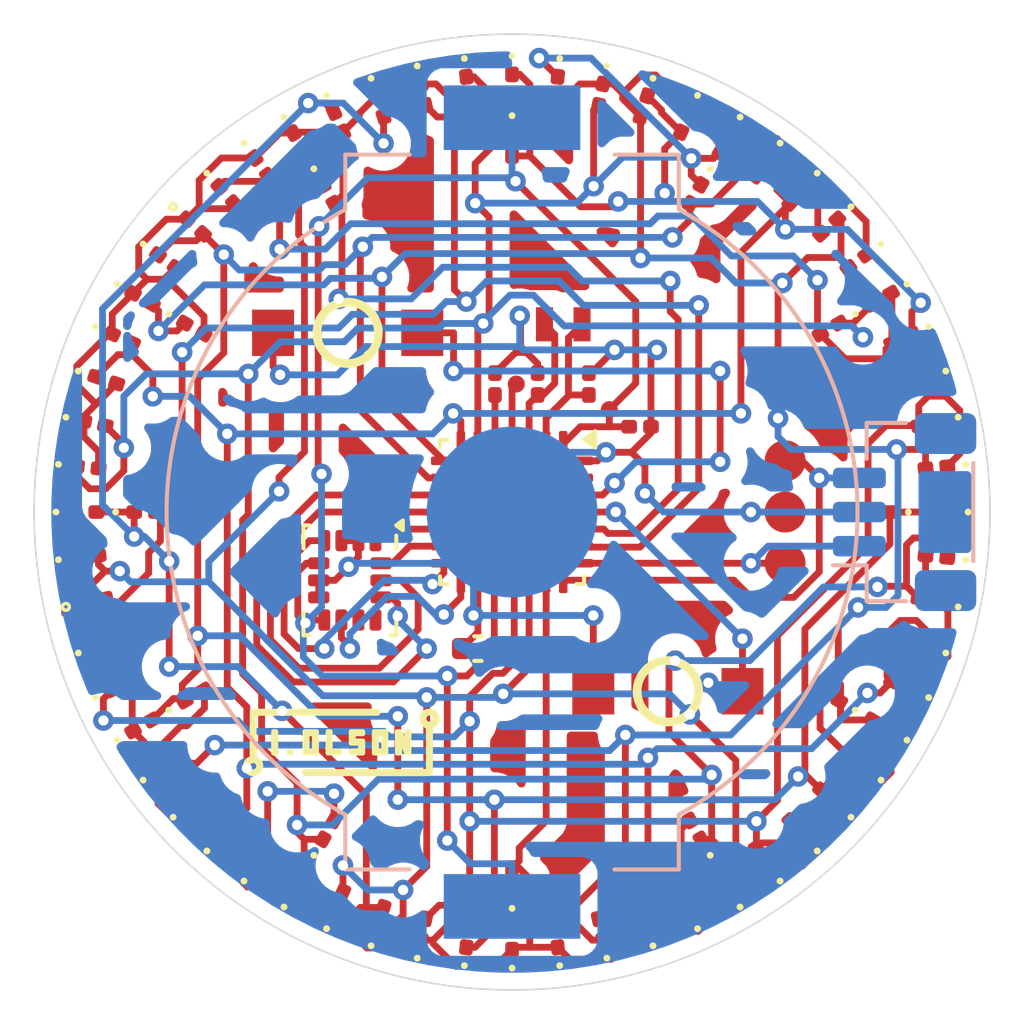
<source format=kicad_pcb>
(kicad_pcb (version 20241229) (generator "pcbnew") (generator_version "9.0")
  (layers (0 "F.Cu" signal) (2 "B.Cu" signal) (13 "F.Paste" user) (15 "B.Paste" user) (5 "F.SilkS" user "F.Silkscreen") (7 "B.SilkS" user "B.Silkscreen") (1 "F.Mask" user) (3 "B.Mask" user) (25 "Edge.Cuts" user))
  (net 0 "")
  (net 1 "GND")
  (net 2 "+3.3V")
  (net 3 "/OSC_IN")
  (net 4 "/OSC_OUT")
  (net 5 "/RST")
  (net 6 "Net-(U2-PB7)")
  (net 7 "/N2")
  (net 8 "/N1")
  (net 9 "/SWDIO")
  (net 10 "Net-(U2-PB6)")
  (net 11 "/N3")
  (net 12 "/N4")
  (net 13 "/SWCLK")
  (net 14 "/N5")
  (net 15 "/N6")
  (net 18 "/INT1")
  (net 19 "/MISO")
  (net 20 "/INT2")
  (net 21 "/SCLK")
  (net 22 "/MOSI")
  (net 23 "/NSS")
  (net 24 "/N7")
  (net 25 "/N8")
  (net 26 "/N9")
  (footprint "LED_SMD:LED_0201_0603Metric" (layer "F.Cu") (at 109.289 91.636 -138)
    (property "Reference" "D11" (hide yes))
    (property "Value" "LED" (hide yes))
  )
  (footprint "LED_SMD:LED_0201_0603Metric" (layer "F.Cu") (at 97.401 87.773 -78)
    (property "Reference" "D72" (hide yes))
    (property "Value" "LED" (hide yes))
  )
  (footprint "LED_SMD:LED_0201_0603Metric" (layer "F.Cu") (at 98.693 112.432 84)
    (property "Reference" "D39" (hide yes))
    (property "Value" "LED" (hide yes))
  )
  (footprint "LED_SMD:LED_0201_0603Metric" (layer "F.Cu") (at 87.568 101.307 6)
    (property "Reference" "D54" (hide yes))
    (property "Value" "LED" (hide yes))
  )
  (footprint "LED_SMD:LED_0201_0603Metric" (layer "F.Cu") (at 105.084 88.581 -114)
    (property "Reference" "D6" (hide yes))
    (property "Value" "LED" (hide yes))
  )
  (footprint "LED_SMD:LED_0201_0603Metric" (layer "F.Cu") (at 92.653 89.887 -54)
    (property "Reference" "D66" (hide yes))
    (property "Value" "LED" (hide yes))
  )
  (footprint "ABS05_32_768KHZ_T:ts1088" (layer "F.Cu") (at 95.1849 94.75)
    (property "Reference" "SW2" (hide yes))
    (property "Value" "SW_Push" (hide yes))
  )
  (footprint "LED_SMD:LED_0201_0603Metric" (layer "F.Cu") (at 101.307 87.568 -96)
    (property "Reference" "D3" (hide yes))
    (property "Value" "LED" (hide yes))
  )
  (footprint "LED_SMD:LED_0201_0603Metric" (layer "F.Cu") (at 89.887 92.653 -36)
    (property "Reference" "D63" (hide yes))
    (property "Value" "LED" (hide yes))
  )
  (footprint "LED_SMD:LED_0201_0603Metric" (layer "F.Cu") (at 108.364 109.289 132)
    (property "Reference" "D29" (hide yes))
    (property "Value" "LED" (hide yes))
  )
  (footprint "LED_SMD:LED_0201_0603Metric" (layer "F.Cu") (at 87.773 97.401 -12)
    (property "Reference" "D58" (hide yes))
    (property "Value" "LED" (hide yes))
  )
  (footprint "LED_SMD:LED_0201_0603Metric" (layer "F.Cu") (at 94.625 90.6902 -60)
    (property "Reference" "D67" (hide yes))
    (property "Value" "LED" (hide yes))
  )
  (footprint "LED_SMD:LED_0201_0603Metric" (layer "F.Cu") (at 100 112.5 90)
    (property "Reference" "D38" (hide yes))
    (property "Value" "LED" (hide yes))
  )
  (footprint "Package_LGA:LGA-14_3x2.5mm_P0.5mm_LayoutBorder3x4y" (layer "F.Cu") (at 95.25 102 -90)
    (property "Reference" "U1" (hide yes))
    (property "Value" "LSM6DS0" (hide yes))
  )
  (footprint "LED_SMD:LED_0201_0603Metric" (layer "F.Cu") (at 94.916 111.419 66)
    (property "Reference" "D42" (hide yes))
    (property "Value" "LED" (hide yes))
  )
  (footprint "Capacitor_SMD:C_0201_0603Metric" (layer "F.Cu") (at 103.75 97.5 180)
    (property "Reference" "C3" (hide yes))
    (property "Value" "100nf" (hide yes))
  )
  (footprint "LED_SMD:LED_0201_0603Metric" (layer "F.Cu") (at 106.25 89.175 -120)
    (property "Reference" "D8" (hide yes))
    (property "Value" "LED" (hide yes))
  )
  (footprint "LED_SMD:LED_0201_0603Metric" (layer "F.Cu") (at 94.625 109.3098 60)
    (property "Reference" "D43" (hide yes))
    (property "Value" "LED" (hide yes))
  )
  (footprint "LED_SMD:LED_0201_0603Metric" (layer "F.Cu") (at 108.364 90.711 -132)
    (property "Reference" "D10" (hide yes))
    (property "Value" "LED" (hide yes))
  )
  (footprint "LED_SMD:LED_0201_0603Metric" (layer "F.Cu") (at 111.888 96.137 -162)
    (property "Reference" "D16" (hide yes))
    (property "Value" "LED" (hide yes))
  )
  (footprint "LED_SMD:LED_0201_0603Metric" (layer "F.Cu") (at 110.825 106.25 150)
    (property "Reference" "D26" (hide yes))
    (property "Value" "LED" (hide yes))
  )
  (footprint "LED_SMD:LED_0201_0603Metric" (layer "F.Cu") (at 88.581 105.084 24)
    (property "Reference" "D51" (hide yes))
    (property "Value" "LED" (hide yes))
  )
  (footprint "LED_SMD:LED_0201_0603Metric" (layer "F.Cu") (at 109.3098 94.625 -150)
    (property "Reference" "D13" (hide yes))
    (property "Value" "LED" (hide yes))
  )
  (footprint "LED_SMD:LED_0201_0603Metric" (layer "F.Cu") (at 105.375 90.6902 -120)
    (property "Reference" "D7" (hide yes))
    (property "Value" "LED" (hide yes))
  )
  (footprint "LED_SMD:LED_0201_0603Metric" (layer "F.Cu") (at 102.599 112.227 102)
    (property "Reference" "D35" (hide yes))
    (property "Value" "LED" (hide yes))
  )
  (footprint "LED_SMD:LED_0201_0603Metric" (layer "F.Cu") (at 89.887 107.347 36)
    (property "Reference" "D48" (hide yes))
    (property "Value" "LED" (hide yes))
  )
  (footprint "LED_SMD:LED_0201_0603Metric" (layer "F.Cu") (at 100 110.75 90)
    (property "Reference" "D37" (hide yes))
    (property "Value" "LED" (hide yes))
  )
  (footprint "Capacitor_SMD:C_0402_1005Metric" (layer "F.Cu") (at 99 104 180)
    (property "Reference" "C5" (hide yes))
    (property "Value" "10uf" (hide yes))
  )
  (footprint "LED_SMD:LED_0201_0603Metric" (layer "F.Cu") (at 89.175 106.25 30)
    (property "Reference" "D50" (hide yes))
    (property "Value" "LED" (hide yes))
  )
  (footprint "LED_SMD:LED_0201_0603Metric" (layer "F.Cu") (at 90.6902 105.375 30)
    (property "Reference" "D49" (hide yes))
    (property "Value" "LED" (hide yes))
  )
  (footprint "LED_SMD:LED_0201_0603Metric" (layer "F.Cu") (at 111.419 105.084 156)
    (property "Reference" "D24" (hide yes))
    (property "Value" "LED" (hide yes))
  )
  (footprint "LED_SMD:LED_0201_0603Metric" (layer "F.Cu") (at 112.227 97.401 -168)
    (property "Reference" "D17" (hide yes))
    (property "Value" "LED" (hide yes))
  )
  (footprint "LED_SMD:LED_0201_0603Metric" (layer "F.Cu") (at 103.863 111.888 108)
    (property "Reference" "D34" (hide yes))
    (property "Value" "LED" (hide yes))
  )
  (footprint "LED_SMD:LED_0201_0603Metric" (layer "F.Cu") (at 107.347 89.887 -126)
    (property "Reference" "D9" (hide yes))
    (property "Value" "LED" (hide yes))
  )
  (footprint "LED_SMD:LED_0201_0603Metric" (layer "F.Cu") (at 102.599 87.773 -102)
    (property "Reference" "D4" (hide yes))
    (property "Value" "LED" (hide yes))
  )
  (footprint "LED_SMD:LED_0201_0603Metric" (layer "F.Cu") (at 91.636 90.711 -48)
    (property "Reference" "D65" (hide yes))
    (property "Value" "LED" (hide yes))
  )
  (footprint "LED_SMD:LED_0201_0603Metric" (layer "F.Cu") (at 88.112 96.137 -18)
    (property "Reference" "D59" (hide yes))
    (property "Value" "LED" (hide yes))
  )
  (footprint "LED_SMD:LED_0201_0603Metric" (layer "F.Cu") (at 89.25 100)
    (property "Reference" "D55" (hide yes))
    (property "Value" "LED" (hide yes))
  )
  (footprint "ABS05_32_768KHZ_T:ts1088" (layer "F.Cu") (at 104.5651 105.25)
    (property "Reference" "SW1" (hide yes))
    (property "Value" "SW_Push" (hide yes))
  )
  (footprint "Capacitor_SMD:C_0201_0603Metric" (layer "F.Cu") (at 100.75 96.25 -90)
    (property "Reference" "C2" (hide yes))
    (property "Value" "12pf" (hide yes))
  )
  (footprint "LED_SMD:LED_0201_0603Metric" (layer "F.Cu") (at 101.307 112.432 96)
    (property "Reference" "D36" (hide yes))
    (property "Value" "LED" (hide yes))
  )
  (footprint "LED_SMD:LED_0201_0603Metric" (layer "F.Cu") (at 112.432 101.307 174)
    (property "Reference" "D21" (hide yes))
    (property "Value" "LED" (hide yes))
  )
  (footprint "LED_SMD:LED_0201_0603Metric" (layer "F.Cu") (at 111.888 103.863 162)
    (property "Reference" "D23" (hide yes))
    (property "Value" "LED" (hide yes))
  )
  (footprint "LED_SMD:LED_0201_0603Metric" (layer "F.Cu") (at 93.75 89.175 -60)
    (property "Reference" "D68" (hide yes))
    (property "Value" "LED" (hide yes))
  )
  (footprint "LED_SMD:LED_0201_0603Metric" (layer "F.Cu") (at 105.084 111.419 114)
    (property "Reference" "D33" (hide yes))
    (property "Value" "LED" (hide yes))
  )
  (footprint "LED_SMD:LED_0201_0603Metric" (layer "F.Cu") (at 90.711 91.636 -42)
    (property "Reference" "D64" (hide yes))
    (property "Value" "LED" (hide yes))
  )
  (footprint "LED_SMD:LED_0201_0603Metric" (layer "F.Cu") (at 92.653 110.113 54)
    (property "Reference" "D45" (hide yes))
    (property "Value" "LED" (hide yes))
  )
  (footprint "LED_SMD:LED_0201_0603Metric" (layer "F.Cu") (at 105.375 109.3098 120)
    (property "Reference" "D31" (hide yes))
    (property "Value" "LED" (hide yes))
  )
  (footprint "LED_SMD:LED_0201_0603Metric" (layer "F.Cu") (at 106.25 110.825 120)
    (property "Reference" "D32" (hide yes))
    (property "Value" "LED" (hide yes))
  )
  (footprint "LED_SMD:LED_0201_0603Metric" (layer "F.Cu") (at 96.137 88.112 -72)
    (property "Reference" "D70" (hide yes))
    (property "Value" "LED" (hide yes))
  )
  (footprint "LED_SMD:LED_0201_0603Metric" (layer "F.Cu") (at 87.773 102.599 12)
    (property "Reference" "D53" (hide yes))
    (property "Value" "LED" (hide yes))
  )
  (footprint "LED_SMD:LED_0201_0603Metric" (layer "F.Cu") (at 107.347 110.113 126)
    (property "Reference" "D30" (hide yes))
    (property "Value" "LED" (hide yes))
  )
  (footprint "ABS05_32_768KHZ_T:XTAL_ABS05-32.768KHZ-T" (layer "F.Cu") (at 101.5 94.5 180)
    (property "Reference" "Y1" (hide yes))
    (property "Value" "ABS05-32.768KHZ-T" (hide yes))
  )
  (footprint "LED_SMD:LED_0201_0603Metric" (layer "F.Cu") (at 90.711 108.364 42)
    (property "Reference" "D47" (hide yes))
    (property "Value" "LED" (hide yes))
  )
  (footprint "LED_SMD:LED_0201_0603Metric" (layer "F.Cu") (at 89.175 93.75 -30)
    (property "Reference" "D62" (hide yes))
    (property "Value" "LED" (hide yes))
  )
  (footprint "LED_SMD:LED_0201_0603Metric" (layer "F.Cu") (at 111.419 94.916 -156)
    (property "Reference" "D15" (hide yes))
    (property "Value" "LED" (hide yes))
  )
  (footprint "LED_SMD:LED_0201_0603Metric" (layer "F.Cu") (at 88.581 94.916 -24)
    (property "Reference" "D60" (hide yes))
    (property "Value" "LED" (hide yes))
  )
  (footprint "LED_SMD:LED_0201_0603Metric" (layer "F.Cu") (at 109.289 108.364 138)
    (property "Reference" "D28" (hide yes))
    (property "Value" "LED" (hide yes))
  )
  (footprint "LED_SMD:LED_0201_0603Metric" (layer "F.Cu") (at 88.112 103.863 18)
    (property "Reference" "D52" (hide yes))
    (property "Value" "LED" (hide yes))
  )
  (footprint "LED_SMD:LED_0201_0603Metric" (layer "F.Cu") (at 97.401 112.227 78)
    (property "Reference" "D40" (hide yes))
    (property "Value" "LED" (hide yes))
  )
  (footprint "LED_SMD:LED_0201_0603Metric" (layer "F.Cu") (at 90.6902 94.625 -30)
    (property "Reference" "D61" (hide yes))
    (property "Value" "LED" (hide yes))
  )
  (footprint "LED_SMD:LED_0201_0603Metric" (layer "F.Cu") (at 109.3098 105.375 150)
    (property "Reference" "D25" (hide yes))
    (property "Value" "LED" (hide yes))
  )
  (footprint "LED_SMD:LED_0201_0603Metric" (layer "F.Cu") (at 112.432 98.693 -174)
    (property "Reference" "D18" (hide yes))
    (property "Value" "LED" (hide yes))
  )
  (footprint "LED_SMD:LED_0201_0603Metric" (layer "F.Cu") (at 98.693 87.568 -84)
    (property "Reference" "D71" (hide yes))
    (property "Value" "LED" (hide yes))
  )
  (footprint "LED_SMD:LED_0201_0603Metric" (layer "F.Cu") (at 93.75 110.825 60)
    (property "Reference" "D44" (hide yes))
    (property "Value" "LED" (hide yes))
  )
  (footprint "LED_SMD:LED_0201_0603Metric" (layer "F.Cu") (at 100 89.25 -90)
    (property "Reference" "D1" (hide yes))
    (property "Value" "LED" (hide yes))
  )
  (footprint "LED_SMD:LED_0201_0603Metric" (layer "F.Cu") (at 110.113 92.653 -144)
    (property "Reference" "D12" (hide yes))
    (property "Value" "LED" (hide yes))
  )
  (footprint "LED_SMD:LED_0201_0603Metric" (layer "F.Cu") (at 94.916 88.581 -66)
    (property "Reference" "D69" (hide yes))
    (property "Value" "LED" (hide yes))
  )
  (footprint "LED_SMD:LED_0201_0603Metric" (layer "F.Cu") (at 100 87.5 -90)
    (property "Reference" "D2" (hide yes))
    (property "Value" "LED" (hide yes))
  )
  (footprint "LED_SMD:LED_0201_0603Metric" (layer "F.Cu") (at 112.5 100 180)
    (property "Reference" "D20" (hide yes))
    (property "Value" "LED" (hide yes))
  )
  (footprint "LED_SMD:LED_0201_0603Metric" (layer "F.Cu") (at 91.636 109.289 48)
    (property "Reference" "D46" (hide yes))
    (property "Value" "LED" (hide yes))
  )
  (footprint "LED_SMD:LED_0201_0603Metric" (layer "F.Cu") (at 87.568 98.693 -6)
    (property "Reference" "D57" (hide yes))
    (property "Value" "LED" (hide yes))
  )
  (footprint "LED_SMD:LED_0201_0603Metric" (layer "F.Cu") (at 96.137 111.888 72)
    (property "Reference" "D41" (hide yes))
    (property "Value" "LED" (hide yes))
  )
  (footprint "LED_SMD:LED_0201_0603Metric" (layer "F.Cu") (at 112.227 102.599 168)
    (property "Reference" "D22" (hide yes))
    (property "Value" "LED" (hide yes))
  )
  (footprint "LED_SMD:LED_0201_0603Metric" (layer "F.Cu") (at 110.825 93.75 -150)
    (property "Reference" "D14" (hide yes))
    (property "Value" "LED" (hide yes))
  )
  (footprint "LOGO" (layer "F.Cu") (at 95 106.75)
    (property "Reference" "G***" (hide yes))
    (property "Value" "LOGO" (hide yes))
  )
  (footprint "LED_SMD:LED_0201_0603Metric" (layer "F.Cu") (at 110.75 100 180)
    (property "Reference" "D19" (hide yes))
    (property "Value" "LED" (hide yes))
  )
  (footprint "Capacitor_SMD:C_0201_0603Metric" (layer "F.Cu") (at 102.25 96.25 -90)
    (property "Reference" "C1" (hide yes))
    (property "Value" "12pf" (hide yes))
  )
  (footprint "Package_DFN_QFN:QFN-28_4x4mm_P0.5mm" (layer "F.Cu") (at 100 100 -90)
    (property "Reference" "U2" (hide yes))
    (property "Value" "STM32L031G6Ux" (hide yes))
  )
  (footprint "LED_SMD:LED_0201_0603Metric" (layer "F.Cu") (at 87.5 100)
    (property "Reference" "D56" (hide yes))
    (property "Value" "LED" (hide yes))
  )
  (footprint "Capacitor_SMD:C_0201_0603Metric" (layer "F.Cu") (at 99.5 96.25 90)
    (property "Reference" "C4" (hide yes))
    (property "Value" "100nf" (hide yes))
  )
  (footprint "LED_SMD:LED_0201_0603Metric" (layer "F.Cu") (at 103.863 88.112 -108)
    (property "Reference" "D5" (hide yes))
    (property "Value" "LED" (hide yes))
  )
  (footprint "LED_SMD:LED_0201_0603Metric" (layer "F.Cu") (at 110.113 107.347 144)
    (property "Reference" "D27" (hide yes))
    (property "Value" "LED" (hide yes))
  )
  (footprint "Battery:BatteryHolder_MPD_BC2003_1x2032" (layer "B.Cu") (at 100 100 -90)
    (property "Reference" "BT1" (hide yes))
    (property "Value" "Battery_Cell" (hide yes))
  )
  (footprint "Connector_JST:JST_SH_BM03B-SRSS-TB_1x03-1MP_P1.00mm_Vertical" (layer "B.Cu") (at 111.5 100 90)
    (property "Reference" "J1" (hide yes))
    (property "Value" "Debug" (hide yes))
  )
  (gr_circle (center 108 101.5) (end 108 102) (stroke (width 0.2)) (fill yes) (layers "F.Cu" "F.Mask") (net 13))
  (gr_circle (center 102.85 97) (end 103 97) (stroke (width 0.2)) (fill yes) (layers "F.Cu" "F.Mask") (net 2))
  (gr_circle (center 108 100) (end 108 100.5) (stroke (width 0.2)) (fill yes) (layers "F.Cu" "F.Mask") (net 1))
  (gr_circle (center 100.125 96.25) (end 100.275 96.25) (stroke (width 0.2)) (fill yes) (layers "F.Cu" "F.Mask") (net 5))
  (gr_circle (center 108 98.5) (end 108 99) (stroke (width 0.2)) (fill yes) (layers "F.Cu" "F.Mask") (net 9))
  (gr_circle (center 100 100) (end 114 100) (stroke (width 0.05)) (fill no) (layer "Edge.Cuts"))
  (segment (start 100.25 94.275) (end 100.25 95.152) (width 0.2) (layer "F.Cu") (net 1))
  (segment (start 100.4225 95.3245) (end 100.1055 95.3245) (width 0.2) (layer "F.Cu") (net 1))
  (segment (start 94.3375 102) (end 94.3375 102.5) (width 0.2) (layer "F.Cu") (net 1))
  (segment (start 95 100.838) (end 95.0005 100.838) (width 0.2) (layer "F.Cu") (net 1))
  (segment (start 95.0005 100.838) (end 95.4995 100.838) (width 0.2) (layer "F.Cu") (net 1))
  (segment (start 94.3375 102) (end 94.815 102) (width 0.2) (layer "F.Cu") (net 1))
  (segment (start 102.5 98.5) (end 102.75 98.25) (width 0.2) (layer "F.Cu") (net 1))
  (segment (start 99 102.9521) (end 99 103.52) (width 0.2) (layer "F.Cu") (net 1))
  (segment (start 103.8923 98.6411) (end 103.8923 99.4541) (width 0.2) (layer "F.Cu") (net 1))
  (segment (start 100.1055 95.3245) (end 99.5 95.93) (width 0.2) (layer "F.Cu") (net 1))
  (segment (start 95.5 101.315) (end 95.2125 101.603) (width 0.2) (layer "F.Cu") (net 1))
  (segment (start 101.9975 98.5) (end 101.9975 98.94) (width 0.2) (layer "F.Cu") (net 1))
  (segment (start 101.9975 98.94) (end 101.9375 99) (width 0.2) (layer "F.Cu") (net 1))
  (segment (start 93 94.75) (end 93 95.7317) (width 0.2) (layer "F.Cu") (net 1))
  (segment (start 101.998 98.5) (end 102.5 98.5) (width 0.2) (layer "F.Cu") (net 1))
  (segment (start 104.07 95.4204) (end 104.2404 95.25) (width 0.2) (layer "F.Cu") (net 1))
  (segment (start 93.207 95.9801) (end 93.207 95.9387) (width 0.2) (layer "F.Cu") (net 1))
  (segment (start 94.815 102) (end 95.2125 101.603) (width 0.2) (layer "F.Cu") (net 1))
  (segment (start 99 103.52) (end 98.52 104) (width 0.2) (layer "F.Cu") (net 1))
  (segment (start 101.998 98.5) (end 101.9975 98.5) (width 0.2) (layer "F.Cu") (net 1))
  (segment (start 104.07 97.6812) (end 104.07 97.5) (width 0.2) (layer "F.Cu") (net 1))
  (segment (start 108 100) (end 107 100) (width 0.2) (layer "F.Cu") (net 1))
  (segment (start 98.9222 103.0299) (end 98.8703 103.0299) (width 0.2) (layer "F.Cu") (net 1))
  (segment (start 102.32 95.93) (end 103 95.25) (width 0.2) (layer "F.Cu") (net 1))
  (segment (start 95.0005 100.838) (end 95 100.8375) (width 0.2) (layer "F.Cu") (net 1))
  (segment (start 100.4225 95.3245) (end 100.75 95.652) (width 0.2) (layer "F.Cu") (net 1))
  (segment (start 99 101.938) (end 99 101.9375) (width 0.2) (layer "F.Cu") (net 1))
  (segment (start 104.07 97.5) (end 104.07 95.4204) (width 0.2) (layer "F.Cu") (net 1))
  (segment (start 100.225 94.25) (end 100.25 94.275) (width 0.2) (layer "F.Cu") (net 1))
  (segment (start 102.25 95.93) (end 102.32 95.93) (width 0.2) (layer "F.Cu") (net 1))
  (segment (start 102.3802 104.2683) (end 102.3802 103.0299) (width 0.2) (layer "F.Cu") (net 1))
  (segment (start 103.5012 98.25) (end 103.8923 98.6411) (width 0.2) (layer "F.Cu") (net 1))
  (segment (start 95.4995 100.838) (end 95.5 100.838) (width 0.2) (layer "F.Cu") (net 1))
  (segment (start 100.75 95.652) (end 100.75 95.93) (width 0.2) (layer "F.Cu") (net 1))
  (segment (start 99 101.938) (end 99 102.9521) (width 0.2) (layer "F.Cu") (net 1))
  (segment (start 102.3802 105.25) (end 102.3802 104.2683) (width 0.2) (layer "F.Cu") (net 1))
  (segment (start 100.25 95.152) (end 100.4225 95.3245) (width 0.2) (layer "F.Cu") (net 1))
  (segment (start 93.207 95.9387) (end 93 95.7317) (width 0.2) (layer "F.Cu") (net 1))
  (segment (start 99 102.9521) (end 98.9222 103.0299) (width 0.2) (layer "F.Cu") (net 1))
  (segment (start 103.5012 98.25) (end 104.07 97.6812) (width 0.2) (layer "F.Cu") (net 1))
  (segment (start 103.5012 98.25) (end 102.75 98.25) (width 0.2) (layer "F.Cu") (net 1))
  (segment (start 95.4995 100.838) (end 95.5 100.8375) (width 0.2) (layer "F.Cu") (net 1))
  (segment (start 95.5 100.838) (end 95.5 101.315) (width 0.2) (layer "F.Cu") (net 1))
  (via (at 102.75 98.25) (size 0.6) (drill 0.3) (layers "F.Cu" "B.Cu") (net 1))
  (via (at 103.8923 99.4541) (size 0.6) (drill 0.3) (layers "F.Cu" "B.Cu") (net 1))
  (via (at 103 95.25) (size 0.6) (drill 0.3) (layers "F.Cu" "B.Cu") (net 1))
  (via (at 107 100) (size 0.6) (drill 0.3) (layers "F.Cu" "B.Cu") (net 1))
  (via (at 98.8703 103.0299) (size 0.6) (drill 0.3) (layers "F.Cu" "B.Cu") (net 1))
  (via (at 95.2125 101.603) (size 0.6) (drill 0.3) (layers "F.Cu" "B.Cu") (net 1))
  (via (at 102.3802 103.0299) (size 0.6) (drill 0.3) (layers "F.Cu" "B.Cu") (net 1))
  (via (at 93.207 95.9801) (size 0.6) (drill 0.3) (layers "F.Cu" "B.Cu") (net 1))
  (via (at 100.225 94.25) (size 0.6) (drill 0.3) (layers "F.Cu" "B.Cu") (net 1))
  (via (at 104.2404 95.25) (size 0.6) (drill 0.3) (layers "F.Cu" "B.Cu") (net 1))
  (segment (start 100.3221 95.25) (end 100.225 95.1529) (width 0.2) (layer "B.Cu") (net 1))
  (segment (start 103.8923 99.4541) (end 104.4382 100) (width 0.2) (layer "B.Cu") (net 1))
  (segment (start 93.207 95.9801) (end 94.8857 95.9801) (width 0.2) (layer "B.Cu") (net 1))
  (segment (start 95.3127 101.5028) (end 95.2125 101.603) (width 0.2) (layer "B.Cu") (net 1))
  (segment (start 98.8703 101.5028) (end 95.3127 101.5028) (width 0.2) (layer "B.Cu") (net 1))
  (segment (start 98.8703 103.0299) (end 102.3802 103.0299) (width 0.2) (layer "B.Cu") (net 1))
  (segment (start 104.4382 100) (end 107 100) (width 0.2) (layer "B.Cu") (net 1))
  (segment (start 94.8857 95.9801) (end 95.7129 95.1529) (width 0.2) (layer "B.Cu") (net 1))
  (segment (start 104.2404 95.25) (end 103 95.25) (width 0.2) (layer "B.Cu") (net 1))
  (segment (start 100.225 95.1529) (end 100.225 94.25) (width 0.2) (layer "B.Cu") (net 1))
  (segment (start 103 95.25) (end 100.3221 95.25) (width 0.2) (layer "B.Cu") (net 1))
  (segment (start 98.8703 101.5028) (end 98.8703 101.1297) (width 0.2) (layer "B.Cu") (net 1))
  (segment (start 101.75 98.25) (end 102.75 98.25) (width 0.2) (layer "B.Cu") (net 1))
  (segment (start 95.7129 95.1529) (end 100.225 95.1529) (width 0.2) (layer "B.Cu") (net 1))
  (segment (start 98.8703 103.0299) (end 98.8703 101.5028) (width 0.2) (layer "B.Cu") (net 1))
  (segment (start 110.175 100) (end 107 100) (width 0.2) (layer "B.Cu") (net 1))
  (segment (start 98.8703 101.1297) (end 100 100) (width 0.2) (layer "B.Cu") (net 1))
  (segment (start 100 100) (end 101.75 98.25) (width 0.2) (layer "B.Cu") (net 1))
  (segment (start 99.48 104) (end 98.6778 104.8022) (width 0.2) (layer "F.Cu") (net 2))
  (segment (start 94.5 103.162) (end 94.4995 103.162) (width 0.2) (layer "F.Cu") (net 2))
  (segment (start 94.3375 101.5) (end 93.9732 101.5) (width 0.2) (layer "F.Cu") (net 2))
  (segment (start 99.5 98.0625) (end 99.5 96.57) (width 0.2) (layer "F.Cu") (net 2))
  (segment (start 94.3207 91.6576) (end 94.3207 98.7853) (width 0.2) (layer "F.Cu") (net 2))
  (segment (start 94.0342 103.162) (end 93.9467 103.25) (width 0.2) (layer "F.Cu") (net 2))
  (segment (start 103.623 93.8303) (end 103.623 96.227) (width 0.2) (layer "F.Cu") (net 2))
  (segment (start 98.6778 104.8022) (end 98.1027 104.8022) (width 0.2) (layer "F.Cu") (net 2))
  (segment (start 94.4995 103.162) (end 94.0342 103.162) (width 0.2) (layer "F.Cu") (net 2))
  (segment (start 99.5 101.9375) (end 99.5 98.0625) (width 0.2) (layer "F.Cu") (net 2))
  (segment (start 93.9732 101.5) (end 93.724 101.749) (width 0.2) (layer "F.Cu") (net 2))
  (segment (start 103.623 96.227) (end 102.85 97) (width 0.2) (layer "F.Cu") (net 2))
  (segment (start 102.85 97) (end 102.85 97.4) (width 0.2) (layer "F.Cu") (net 2))
  (segment (start 93.724 101.749) (end 93.724 103.027) (width 0.2) (layer "F.Cu") (net 2))
  (segment (start 99.5 101.938) (end 99.5 101.9375) (width 0.2) (layer "F.Cu") (net 2))
  (segment (start 94.3207 98.7853) (end 94.4192 98.8838) (width 0.2) (layer "F.Cu") (net 2))
  (segment (start 103.43 97.5) (end 102.85 97.5) (width 0.2) (layer "F.Cu") (net 2))
  (segment (start 99.48 104) (end 99.48 101.958) (width 0.2) (layer "F.Cu") (net 2))
  (segment (start 94.4995 103.162) (end 94.5 103.1625) (width 0.2) (layer "F.Cu") (net 2))
  (segment (start 102.002 97.5) (end 101.5 98.0025) (width 0.2) (layer "F.Cu") (net 2))
  (segment (start 100.1022 90.3095) (end 103.623 93.8303) (width 0.2) (layer "F.Cu") (net 2))
  (segment (start 98.1027 109.624) (end 98.1027 104.8022) (width 0.2) (layer "F.Cu") (net 2))
  (segment (start 99.48 101.958) (end 99.5 101.938) (width 0.2) (layer "F.Cu") (net 2))
  (segment (start 102.85 97.4) (end 102.85 97.5) (width 0.2) (layer "F.Cu") (net 2))
  (segment (start 93.724 103.027) (end 93.9467 103.25) (width 0.2) (layer "F.Cu") (net 2))
  (segment (start 102.85 97.5) (end 102.002 97.5) (width 0.2) (layer "F.Cu") (net 2))
  (segment (start 94.3501 91.6282) (end 94.3207 91.6576) (width 0.2) (layer "F.Cu") (net 2))
  (via (at 94.4192 98.8838) (size 0.6) (drill 0.3) (layers "F.Cu" "B.Cu") (net 2))
  (via (at 93.9467 103.25) (size 0.6) (drill 0.3) (layers "F.Cu" "B.Cu") (net 2))
  (via (at 94.3501 91.6282) (size 0.6) (drill 0.3) (layers "F.Cu" "B.Cu") (net 2))
  (via (at 98.1027 104.8022) (size 0.6) (drill 0.3) (layers "F.Cu" "B.Cu") (net 2))
  (via (at 100.1022 90.3095) (size 0.6) (drill 0.3) (layers "F.Cu" "B.Cu") (net 2))
  (via (at 98.1027 109.624) (size 0.6) (drill 0.3) (layers "F.Cu" "B.Cu") (net 2))
  (segment (start 95.771 90.2073) (end 94.3501 91.6282) (width 0.2) (layer "B.Cu") (net 2))
  (segment (start 100 90.2073) (end 100.1022 90.3095) (width 0.2) (layer "B.Cu") (net 2))
  (segment (start 100 90.2073) (end 95.771 90.2073) (width 0.2) (layer "B.Cu") (net 2))
  (segment (start 93.8849 104.2434) (end 94.4437 104.8022) (width 0.2) (layer "B.Cu") (net 2))
  (segment (start 94.4192 102.7775) (end 94.4192 98.8838) (width 0.2) (layer "B.Cu") (net 2))
  (segment (start 98.782 110.3033) (end 98.1027 109.624) (width 0.2) (layer "B.Cu") (net 2))
  (segment (start 100 111.5525) (end 100 110.3033) (width 0.2) (layer "B.Cu") (net 2))
  (segment (start 93.8849 103.3118) (end 93.8849 104.2434) (width 0.2) (layer "B.Cu") (net 2))
  (segment (start 93.9467 103.25) (end 94.4192 102.7775) (width 0.2) (layer "B.Cu") (net 2))
  (segment (start 94.4437 104.8022) (end 98.1027 104.8022) (width 0.2) (layer "B.Cu") (net 2))
  (segment (start 93.9467 103.25) (end 93.8849 103.3118) (width 0.2) (layer "B.Cu") (net 2))
  (segment (start 100 88.4475) (end 100 90.2073) (width 0.2) (layer "B.Cu") (net 2))
  (segment (start 100 110.3033) (end 98.782 110.3033) (width 0.2) (layer "B.Cu") (net 2))
  (segment (start 102.09 96.57) (end 102.05 96.57) (width 0.2) (layer "F.Cu") (net 3))
  (segment (start 101.68 96.57) (end 101.652 96.598) (width 0.2) (layer "F.Cu") (net 3))
  (segment (start 102.25 96.57) (end 102.09 96.57) (width 0.2) (layer "F.Cu") (net 3))
  (segment (start 102.25 96.57) (end 102.09 96.57) (width 0.2) (layer "F.Cu") (net 3))
  (segment (start 101.25 97) (end 101.652 96.598) (width 0.2) (layer "F.Cu") (net 3))
  (segment (start 101.652 94.898) (end 102.05 94.5) (width 0.2) (layer "F.Cu") (net 3))
  (segment (start 101 97.25) (end 101.25 97) (width 0.2) (layer "F.Cu") (net 3))
  (segment (start 101.652 96.1319) (end 101.652 94.898) (width 0.2) (layer "F.Cu") (net 3))
  (segment (start 101.652 96.1319) (end 101.652 94.898) (width 0.2) (layer "F.Cu") (net 3))
  (segment (start 102.09 96.57) (end 102.05 96.57) (width 0.2) (layer "F.Cu") (net 3))
  (segment (start 101.652 96.598) (end 101.25 97) (width 0.2) (layer "F.Cu") (net 3))
  (segment (start 101.652 96.598) (end 101.652 96.1319) (width 0.2) (layer "F.Cu") (net 3))
  (segment (start 102.25 96.57) (end 102.09 96.57) (width 0.2) (layer "F.Cu") (net 3))
  (segment (start 102.05 96.57) (end 101.68 96.57) (width 0.2) (layer "F.Cu") (net 3))
  (segment (start 101 98.0625) (end 101 97.25) (width 0.2) (layer "F.Cu") (net 3))
  (segment (start 100.5 96.82) (end 100.5 98.0625) (width 0.2) (layer "F.Cu") (net 4))
  (segment (start 101.251 96.2289) (end 101.251 94.801) (width 0.2) (layer "F.Cu") (net 4))
  (segment (start 100.75 96.57) (end 100.91 96.57) (width 0.2) (layer "F.Cu") (net 4))
  (segment (start 101.251 94.801) (end 100.95 94.5) (width 0.2) (layer "F.Cu") (net 4))
  (segment (start 100.75 96.57) (end 100.5 96.82) (width 0.2) (layer "F.Cu") (net 4))
  (segment (start 100.91 96.57) (end 101.251 96.2289) (width 0.2) (layer "F.Cu") (net 4))
  (segment (start 100.125 96.25) (end 100 96.375) (width 0.2) (layer "F.Cu") (net 5))
  (segment (start 100 96.375) (end 100 98.0625) (width 0.2) (layer "F.Cu") (net 5))
  (segment (start 98.2865 94.75) (end 98.2865 95.8677) (width 0.2) (layer "F.Cu") (net 6))
  (segment (start 101.9375 99.5) (end 102.654 99.5) (width 0.2) (layer "F.Cu") (net 6))
  (segment (start 102.654 99.5) (end 103.0017 99.1523) (width 0.2) (layer "F.Cu") (net 6))
  (segment (start 106.0975 98.528) (end 106.0975 95.8677) (width 0.2) (layer "F.Cu") (net 6))
  (segment (start 97.3698 94.75) (end 98.2865 94.75) (width 0.2) (layer "F.Cu") (net 6))
  (via (at 106.0975 95.8677) (size 0.6) (drill 0.3) (layers "F.Cu" "B.Cu") (net 6))
  (via (at 98.2865 95.8677) (size 0.6) (drill 0.3) (layers "F.Cu" "B.Cu") (net 6))
  (via (at 106.0975 98.528) (size 0.6) (drill 0.3) (layers "F.Cu" "B.Cu") (net 6))
  (via (at 103.0017 99.1523) (size 0.6) (drill 0.3) (layers "F.Cu" "B.Cu") (net 6))
  (segment (start 98.2865 95.8677) (end 106.0975 95.8677) (width 0.2) (layer "B.Cu") (net 6))
  (segment (start 103.0017 99.1523) (end 103.626 98.528) (width 0.2) (layer "B.Cu") (net 6))
  (segment (start 103.626 98.528) (end 106.0975 98.528) (width 0.2) (layer "B.Cu") (net 6))
  (segment (start 111.5837 95.7687) (end 111.5837 96.2359) (width 0.2) (layer "F.Cu") (net 7))
  (segment (start 103.9619 87.8077) (end 104.3785 88.2243) (width 0.2) (layer "F.Cu") (net 7))
  (segment (start 88.4559 95.3899) (end 87.8077 96.0381) (width 0.2) (layer "F.Cu") (net 7))
  (segment (start 100.5187 87.4696) (end 100.5187 89.57) (width 0.2) (layer "F.Cu") (net 7))
  (segment (start 103.7641 111.5837) (end 103.9818 111.366) (width 0.2) (layer "F.Cu") (net 7))
  (segment (start 103.9818 111.366) (end 103.9818 107.2002) (width 0.2) (layer "F.Cu") (net 7))
  (segment (start 100.5187 89.57) (end 100 89.57) (width 0.2) (layer "F.Cu") (net 7))
  (segment (start 98.2763 97.1105) (end 98.5 97.3342) (width 0.2) (layer "F.Cu") (net 7))
  (segment (start 104.471 90.6583) (end 104.471 89.3561) (width 0.2) (layer "F.Cu") (net 7))
  (segment (start 89.4765 96.6104) (end 89.4765 95.9931) (width 0.2) (layer "F.Cu") (net 7))
  (segment (start 89.4765 95.9931) (end 88.8733 95.3899) (width 0.2) (layer "F.Cu") (net 7))
  (segment (start 108.1499 90.9488) (end 106.7057 92.393) (width 0.2) (layer "F.Cu") (net 7))
  (segment (start 111.9711 93.8695) (end 111.7113 94.1293) (width 0.2) (layer "F.Cu") (net 7))
  (segment (start 104.3785 88.2243) (end 104.3785 88.298) (width 0.2) (layer "F.Cu") (net 7))
  (segment (start 102.0052 91.0565) (end 102.9562 91.0565) (width 0.2) (layer "F.Cu") (net 7))
  (segment (start 104.3785 88.298) (end 104.9538 88.8733) (width 0.2) (layer "F.Cu") (net 7))
  (segment (start 92.2299 107.5042) (end 92.2299 105.7074) (width 0.2) (layer "F.Cu") (net 7))
  (segment (start 100 87.18) (end 100.2291 87.18) (width 0.2) (layer "F.Cu") (net 7))
  (segment (start 102.9562 91.0565) (end 103.1111 90.9016) (width 0.2) (layer "F.Cu") (net 7))
  (segment (start 92.2299 108.6714) (end 91.8501 109.0512) (width 0.2) (layer "F.Cu") (net 7))
  (segment (start 108.1499 90.9488) (end 108.0059 91.0928) (width 0.2) (layer "F.Cu") (net 7))
  (segment (start 100.5187 89.57) (end 102.0052 91.0565) (width 0.2) (layer "F.Cu") (net 7))
  (segment (start 110.7812 105.2993) (end 111.1267 104.9538) (width 0.2) (layer "F.Cu") (net 7))
  (segment (start 107.5351 89.6281) (end 107.7594 89.8524) (width 0.2) (layer "F.Cu") (net 7))
  (segment (start 110.9876 104.8147) (end 111.1267 104.9538) (width 0.2) (layer "F.Cu") (net 7))
  (segment (start 98.5 97.3342) (end 98.5 98.0025) (width 0.2) (layer "F.Cu") (net 7))
  (segment (start 108.0059 91.0928) (end 108.0059 91.719) (width 0.2) (layer "F.Cu") (net 7))
  (segment (start 92.0156 109.9226) (end 92.0156 109.2167) (width 0.2) (layer "F.Cu") (net 7))
  (segment (start 110.9876 103.5549) (end 110.9876 104.8147) (width 0.2) (layer "F.Cu") (net 7))
  (segment (start 110.4109 105.2993) (end 110.7812 105.2993) (width 0.2) (layer "F.Cu") (net 7))
  (segment (start 111.7113 94.1293) (end 111.7113 94.7858) (width 0.2) (layer "F.Cu") (net 7))
  (segment (start 92.2299 105.7074) (end 91.6575 105.135) (width 0.2) (layer "F.Cu") (net 7))
  (segment (start 111.7113 95.6411) (end 111.5837 95.7687) (width 0.2) (layer "F.Cu") (net 7))
  (segment (start 88.8733 95.3899) (end 88.4559 95.3899) (width 0.2) (layer "F.Cu") (net 7))
  (segment (start 91.6575 105.135) (end 91.6575 97.7082) (width 0.2) (layer "F.Cu") (net 7))
  (segment (start 104.3271 111.7113) (end 105.2142 111.7113) (width 0.2) (layer "F.Cu") (net 7))
  (segment (start 112.1923 103.9619) (end 112.1923 103.5251) (width 0.2) (layer "F.Cu") (net 7))
  (segment (start 111.3673 103.1752) (end 110.9876 103.5549) (width 0.2) (layer "F.Cu") (net 7))
  (segment (start 111.8424 103.1752) (end 111.3673 103.1752) (width 0.2) (layer "F.Cu") (net 7))
  (segment (start 106.7057 92.393) (end 106.7057 97.1105) (width 0.2) (layer "F.Cu") (net 7))
  (segment (start 107.7594 89.8524) (end 107.7594 90.5583) (width 0.2) (layer "F.Cu") (net 7))
  (segment (start 111.7113 94.7858) (end 111.7113 95.6411) (width 0.2) (layer "F.Cu") (net 7))
  (segment (start 112.1923 103.5251) (end 111.8424 103.1752) (width 0.2) (layer "F.Cu") (net 7))
  (segment (start 104.471 89.3561) (end 104.9538 88.8733) (width 0.2) (layer "F.Cu") (net 7))
  (segment (start 100.2291 87.18) (end 100.5187 87.4696) (width 0.2) (layer "F.Cu") (net 7))
  (segment (start 92.0156 109.2167) (end 91.8501 109.0512) (width 0.2) (layer "F.Cu") (net 7))
  (segment (start 92.4649 110.3719) (end 92.0156 109.9226) (width 0.2) (layer "F.Cu") (net 7))
  (segment (start 103.9818 111.366) (end 104.3271 111.7113) (width 0.2) (layer "F.Cu") (net 7))
  (segment (start 92.2299 107.5042) (end 92.2299 108.6714) (width 0.2) (layer "F.Cu") (net 7))
  (segment (start 88.8733 95.3899) (end 88.8733 95.0462) (width 0.2) (layer "F.Cu") (net 7))
  (segment (start 107.7594 90.5583) (end 108.1499 90.9488) (width 0.2) (layer "F.Cu") (net 7))
  (via (at 106.7057 97.1105) (size 0.6) (drill 0.3) (layers "F.Cu" "B.Cu") (net 7))
  (via (at 92.2299 107.5042) (size 0.6) (drill 0.3) (layers "F.Cu" "B.Cu") (net 7))
  (via (at 110.4109 105.2993) (size 0.6) (drill 0.3) (layers "F.Cu" "B.Cu") (net 7))
  (via (at 111.9711 93.8695) (size 0.6) (drill 0.3) (layers "F.Cu" "B.Cu") (net 7))
  (via (at 98.2763 97.1105) (size 0.6) (drill 0.3) (layers "F.Cu" "B.Cu") (net 7))
  (via (at 108.0059 91.719) (size 0.6) (drill 0.3) (layers "F.Cu" "B.Cu") (net 7))
  (via (at 103.9818 107.2002) (size 0.6) (drill 0.3) (layers "F.Cu" "B.Cu") (net 7))
  (via (at 103.1111 90.9016) (size 0.6) (drill 0.3) (layers "F.Cu" "B.Cu") (net 7))
  (via (at 89.4765 96.6104) (size 0.6) (drill 0.3) (layers "F.Cu" "B.Cu") (net 7))
  (via (at 104.471 90.6583) (size 0.6) (drill 0.3) (layers "F.Cu" "B.Cu") (net 7))
  (via (at 91.6575 97.7082) (size 0.6) (drill 0.3) (layers "F.Cu" "B.Cu") (net 7))
  (segment (start 107.1885 90.9016) (end 104.471 90.9016) (width 0.2) (layer "B.Cu") (net 7))
  (segment (start 108.7777 106.9325) (end 110.4109 105.2993) (width 0.2) (layer "B.Cu") (net 7))
  (segment (start 92.3461 107.388) (end 92.2299 107.5042) (width 0.2) (layer "B.Cu") (net 7))
  (segment (start 103.794 107.388) (end 92.3461 107.388) (width 0.2) (layer "B.Cu") (net 7))
  (segment (start 109.8206 91.719) (end 111.9711 93.8695) (width 0.2) (layer "B.Cu") (net 7))
  (segment (start 98.2763 97.1105) (end 106.7057 97.1105) (width 0.2) (layer "B.Cu") (net 7))
  (segment (start 104.471 90.9016) (end 104.471 90.6583) (width 0.2) (layer "B.Cu") (net 7))
  (segment (start 89.4765 96.6104) (end 90.5597 96.6104) (width 0.2) (layer "B.Cu") (net 7))
  (segment (start 104.2495 106.9325) (end 108.7777 106.9325) (width 0.2) (layer "B.Cu") (net 7))
  (segment (start 104.471 90.9016) (end 103.1111 90.9016) (width 0.2) (layer "B.Cu") (net 7))
  (segment (start 97.6786 97.7082) (end 91.6575 97.7082) (width 0.2) (layer "B.Cu") (net 7))
  (segment (start 90.5597 96.6104) (end 91.6575 97.7082) (width 0.2) (layer "B.Cu") (net 7))
  (segment (start 98.2763 97.1105) (end 97.6786 97.7082) (width 0.2) (layer "B.Cu") (net 7))
  (segment (start 108.0059 91.719) (end 107.1885 90.9016) (width 0.2) (layer "B.Cu") (net 7))
  (segment (start 108.0059 91.719) (end 109.8206 91.719) (width 0.2) (layer "B.Cu") (net 7))
  (segment (start 103.9818 107.2002) (end 103.794 107.388) (width 0.2) (layer "B.Cu") (net 7))
  (segment (start 103.9818 107.2002) (end 104.2495 106.9325) (width 0.2) (layer "B.Cu") (net 7))
  (segment (start 106.09 110.5479) (end 106.09 109.8297) (width 0.2) (layer "F.Cu") (net 8))
  (segment (start 92.6631 105.291) (end 92.1077 104.7356) (width 0.2) (layer "F.Cu") (net 8))
  (segment (start 111.914 102.5325) (end 111.5557 102.1742) (width 0.2) (layer "F.Cu") (net 8))
  (segment (start 93.91 109.5869) (end 93.7028 109.3797) (width 0.2) (layer "F.Cu") (net 8))
  (segment (start 99 98.0625) (end 98.9979 98.0604) (width 0.2) (layer "F.Cu") (net 8))
  (segment (start 100 88.93) (end 99.7801 88.93) (width 0.2) (layer "F.Cu") (net 8))
  (segment (start 93.7028 107.9437) (end 92.6631 106.904) (width 0.2) (layer "F.Cu") (net 8))
  (segment (start 109.9929 94.465) (end 109.9929 94.5918) (width 0.2) (layer "F.Cu") (net 8))
  (segment (start 99.7801 88.93) (end 98.9205 89.7896) (width 0.2) (layer "F.Cu") (net 8))
  (segment (start 99.1558 94.4753) (end 99.3276 94.3035) (width 0.2) (layer "F.Cu") (net 8))
  (segment (start 105.8472 109.5869) (end 105.8472 107.7003) (width 0.2) (layer "F.Cu") (net 8))
  (segment (start 110.7237 102.1742) (end 110.7048 102.1931) (width 0.2) (layer "F.Cu") (net 8))
  (segment (start 98.9979 98.0604) (end 98.9979 94.6332) (width 0.2) (layer "F.Cu") (net 8))
  (segment (start 112.4459 100.759) (end 112.7502 101.0633) (width 0.2) (layer "F.Cu") (net 8))
  (segment (start 93.91 109.5869) (end 93.91 110.5479) (width 0.2) (layer "F.Cu") (net 8))
  (segment (start 109.5869 94.465) (end 109.9929 94.465) (width 0.2) (layer "F.Cu") (net 8))
  (segment (start 111.5557 102.1742) (end 110.7237 102.1742) (width 0.2) (layer "F.Cu") (net 8))
  (segment (start 104.5981 104.5329) (end 104.5981 106.4512) (width 0.2) (layer "F.Cu") (net 8))
  (segment (start 92.1077 104.7356) (end 92.1077 100.236) (width 0.2) (layer "F.Cu") (net 8))
  (segment (start 99.3276 91.3582) (end 98.9205 90.9511) (width 0.2) (layer "F.Cu") (net 8))
  (segment (start 106.09 109.8297) (end 105.8472 109.5869) (width 0.2) (layer "F.Cu") (net 8))
  (segment (start 93.7028 109.1661) (end 93.7028 107.9437) (width 0.2) (layer "F.Cu") (net 8))
  (segment (start 88.6272 98.0087) (end 88.6272 98.1169) (width 0.2) (layer "F.Cu") (net 8))
  (segment (start 111.5557 102.1742) (end 111.5557 100.9608) (width 0.2) (layer "F.Cu") (net 8))
  (segment (start 102.5325 88.086) (end 102.3895 88.229) (width 0.2) (layer "F.Cu") (net 8))
  (segment (start 109.9929 94.465) (end 110.5479 93.91) (width 0.2) (layer "F.Cu") (net 8))
  (segment (start 88.6272 98.1169) (end 88.6272 98.7905) (width 0.2) (layer "F.Cu") (net 8))
  (segment (start 105.8472 109.5869) (end 105.535 109.5869) (width 0.2) (layer "F.Cu") (net 8))
  (segment (start 88.086 97.4675) (end 88.6272 98.0087) (width 0.2) (layer "F.Cu") (net 8))
  (segment (start 88.1011 99.3166) (end 87.6267 99.3166) (width 0.2) (layer "F.Cu") (net 8))
  (segment (start 105.2494 89.6397) (end 105.9024 89.6397) (width 0.2) (layer "F.Cu") (net 8))
  (segment (start 94.465 109.5869) (end 93.91 109.5869) (width 0.2) (layer "F.Cu") (net 8))
  (segment (start 109.9929 94.5918) (end 110.2789 94.8778) (width 0.2) (layer "F.Cu") (net 8))
  (segment (start 111.7575 100.759) (end 112.4459 100.759) (width 0.2) (layer "F.Cu") (net 8))
  (segment (start 105.535 90.4131) (end 105.2494 90.1275) (width 0.2) (layer "F.Cu") (net 8))
  (segment (start 105.9024 89.6397) (end 106.09 89.4521) (width 0.2) (layer "F.Cu") (net 8))
  (segment (start 102.3895 88.229) (end 102.3895 90.4547) (width 0.2) (layer "F.Cu") (net 8))
  (segment (start 99.3276 94.3035) (end 99.3276 91.3582) (width 0.2) (layer "F.Cu") (net 8))
  (segment (start 98.9205 89.7896) (end 98.9205 90.9511) (width 0.2) (layer "F.Cu") (net 8))
  (segment (start 87.6267 99.3166) (end 87.2498 98.9397) (width 0.2) (layer "F.Cu") (net 8))
  (segment (start 104.5981 106.4512) (end 105.8472 107.7003) (width 0.2) (layer "F.Cu") (net 8))
  (segment (start 104.779 104.352) (end 104.5981 104.5329) (width 0.2) (layer "F.Cu") (net 8))
  (segment (start 98.9979 94.6332) (end 99.1558 94.4753) (width 0.2) (layer "F.Cu") (net 8))
  (segment (start 101.3404 87.2498) (end 100.7928 86.7022) (width 0.2) (layer "F.Cu") (net 8))
  (segment (start 100 87.82) (end 100 88.93) (width 0.2) (layer "F.Cu") (net 8))
  (segment (start 87.2498 98.9397) (end 87.2498 98.6596) (width 0.2) (layer "F.Cu") (net 8))
  (segment (start 93.7028 109.3797) (end 93.7028 109.1661) (width 0.2) (layer "F.Cu") (net 8))
  (segment (start 92.6631 106.904) (end 92.6631 105.291) (width 0.2) (layer "F.Cu") (net 8))
  (segment (start 105.2494 90.1275) (end 105.2494 89.6397) (width 0.2) (layer "F.Cu") (net 8))
  (segment (start 92.1077 100.236) (end 92.2728 100.0709) (width 0.2) (layer "F.Cu") (net 8))
  (segment (start 88.6272 98.7905) (end 88.1011 99.3166) (width 0.2) (layer "F.Cu") (net 8))
  (segment (start 92.2728 100.0709) (end 92.2728 95.9525) (width 0.2) (layer "F.Cu") (net 8))
  (segment (start 112.7502 101.0633) (end 112.7502 101.3404) (width 0.2) (layer "F.Cu") (net 8))
  (segment (start 111.5557 100.9608) (end 111.7575 100.759) (width 0.2) (layer "F.Cu") (net 8))
  (via (at 105.2494 89.6397) (size 0.6) (drill 0.3) (layers "F.Cu" "B.Cu") (net 8))
  (via (at 92.2728 95.9525) (size 0.6) (drill 0.3) (layers "F.Cu" "B.Cu") (net 8))
  (via (at 102.3895 90.4547) (size 0.6) (drill 0.3) (layers "F.Cu" "B.Cu") (net 8))
  (via (at 110.2789 94.8778) (size 0.6) (drill 0.3) (layers "F.Cu" "B.Cu") (net 8))
  (via (at 98.9205 90.9511) (size 0.6) (drill 0.3) (layers "F.Cu" "B.Cu") (net 8))
  (via (at 104.779 104.352) (size 0.6) (drill 0.3) (layers "F.Cu" "B.Cu") (net 8))
  (via (at 100.7928 86.7022) (size 0.6) (drill 0.3) (layers "F.Cu" "B.Cu") (net 8))
  (via (at 88.6272 98.1169) (size 0.6) (drill 0.3) (layers "F.Cu" "B.Cu") (net 8))
  (via (at 105.8472 107.7003) (size 0.6) (drill 0.3) (layers "F.Cu" "B.Cu") (net 8))
  (via (at 110.7048 102.1931) (size 0.6) (drill 0.3) (layers "F.Cu" "B.Cu") (net 8))
  (via (at 93.7028 109.1661) (size 0.6) (drill 0.3) (layers "F.Cu" "B.Cu") (net 8))
  (via (at 99.1558 94.4753) (size 0.6) (drill 0.3) (layers "F.Cu" "B.Cu") (net 8))
  (segment (start 103.2389 89.6053) (end 102.3895 90.4547) (width 0.2) (layer "B.Cu") (net 8))
  (segment (start 100.7928 86.7022) (end 102.3119 86.7022) (width 0.2) (layer "B.Cu") (net 8))
  (segment (start 102.3895 90.4547) (end 101.8931 90.9511) (width 0.2) (layer "B.Cu") (net 8))
  (segment (start 101.8931 90.9511) (end 98.9205 90.9511) (width 0.2) (layer "B.Cu") (net 8))
  (segment (start 95.0861 95.0115) (end 95.4878 94.6098) (width 0.2) (layer "B.Cu") (net 8))
  (segment (start 93.2138 95.0115) (end 95.0861 95.0115) (width 0.2) (layer "B.Cu") (net 8))
  (segment (start 88.6272 96.6089) (end 89.2836 95.9525) (width 0.2) (layer "B.Cu") (net 8))
  (segment (start 105.215 89.6053) (end 103.2389 89.6053) (width 0.2) (layer "B.Cu") (net 8))
  (segment (start 97.9965 94.4753) (end 97.862 94.6098) (width 0.2) (layer "B.Cu") (net 8))
  (segment (start 92.2728 95.9525) (end 93.2138 95.0115) (width 0.2) (layer "B.Cu") (net 8))
  (segment (start 99.1366 94.4472) (end 99.1366 94.4561) (width 0.2) (layer "B.Cu") (net 8))
  (segment (start 109.1252 102.1931) (end 110.7048 102.1931) (width 0.2) (layer "B.Cu") (net 8))
  (segment (start 99.1366 94.4561) (end 99.1558 94.4753) (width 0.2) (layer "B.Cu") (net 8))
  (segment (start 100.6274 93.6475) (end 101.5265 94.5466) (width 0.2) (layer "B.Cu") (net 8))
  (segment (start 101.5265 94.5466) (end 109.9477 94.5466) (width 0.2) (layer "B.Cu") (net 8))
  (segment (start 105.215 89.6053) (end 105.2494 89.6397) (width 0.2) (layer "B.Cu") (net 8))
  (segment (start 106.9663 104.352) (end 109.1252 102.1931) (width 0.2) (layer "B.Cu") (net 8))
  (segment (start 99.1558 94.4753) (end 97.9965 94.4753) (width 0.2) (layer "B.Cu") (net 8))
  (segment (start 102.3119 86.7022) (end 105.215 89.6053) (width 0.2) (layer "B.Cu") (net 8))
  (segment (start 105.8472 107.7003) (end 105.7222 107.8253) (width 0.2) (layer "B.Cu") (net 8))
  (segment (start 88.6272 98.1169) (end 88.6272 96.6089) (width 0.2) (layer "B.Cu") (net 8))
  (segment (start 99.9363 93.6475) (end 100.6274 93.6475) (width 0.2) (layer "B.Cu") (net 8))
  (segment (start 89.2836 95.9525) (end 92.2728 95.9525) (width 0.2) (layer "B.Cu") (net 8))
  (segment (start 105.7222 107.8253) (end 96.083 107.8253) (width 0.2) (layer "B.Cu") (net 8))
  (segment (start 109.9477 94.5466) (end 110.2789 94.8778) (width 0.2) (layer "B.Cu") (net 8))
  (segment (start 94.7422 109.1661) (end 93.7028 109.1661) (width 0.2) (layer "B.Cu") (net 8))
  (segment (start 99.1366 94.4472) (end 99.9363 93.6475) (width 0.2) (layer "B.Cu") (net 8))
  (segment (start 104.779 104.352) (end 106.9663 104.352) (width 0.2) (layer "B.Cu") (net 8))
  (segment (start 96.083 107.8253) (end 94.7422 109.1661) (width 0.2) (layer "B.Cu") (net 8))
  (segment (start 95.4878 94.6098) (end 97.862 94.6098) (width 0.2) (layer "B.Cu") (net 8))
  (segment (start 107 102.5) (end 108.25 102.5) (width 0.2) (layer "F.Cu") (net 9))
  (segment (start 101.5005 101.998) (end 101.5 101.9975) (width 0.2) (layer "F.Cu") (net 9))
  (segment (start 109 101.75) (end 109 99) (width 0.2) (layer "F.Cu") (net 9))
  (segment (start 108.25 102.5) (end 109 101.75) (width 0.2) (layer "F.Cu") (net 9))
  (segment (start 101.5 101.998) (end 101.5005 101.998) (width 0.2) (layer "F.Cu") (net 9))
  (segment (start 101.5005 101.998) (end 106.498 101.998) (width 0.2) (layer "F.Cu") (net 9))
  (segment (start 108 98.5) (end 108.5 98.5) (width 0.2) (layer "F.Cu") (net 9))
  (segment (start 108.5 98.5) (end 109 99) (width 0.2) (layer "F.Cu") (net 9))
  (segment (start 106.498 101.998) (end 107 102.5) (width 0.2) (layer "F.Cu") (net 9))
  (via (at 109 99) (size 0.6) (drill 0.3) (layers "F.Cu" "B.Cu") (net 9))
  (segment (start 110.175 99) (end 109 99) (width 0.2) (layer "B.Cu") (net 9))
  (segment (start 106 105.25) (end 105.75 105) (width 0.2) (layer "F.Cu") (net 10))
  (segment (start 101.9375 100) (end 103.0328 100) (width 0.2) (layer "F.Cu") (net 10))
  (segment (start 106.75 105.25) (end 106.75 103.7112) (width 0.2) (layer "F.Cu") (net 10))
  (segment (start 106.75 105.25) (end 106 105.25) (width 0.2) (layer "F.Cu") (net 10))
  (segment (start 103.0328 100) (end 103.0358 99.997) (width 0.2) (layer "F.Cu") (net 10))
  (via (at 105.75 105) (size 0.6) (drill 0.3) (layers "F.Cu" "B.Cu") (net 10))
  (via (at 103.0358 99.997) (size 0.6) (drill 0.3) (layers "F.Cu" "B.Cu") (net 10))
  (via (at 106.75 103.7112) (size 0.6) (drill 0.3) (layers "F.Cu" "B.Cu") (net 10))
  (segment (start 103.0358 99.997) (end 106.75 103.7112) (width 0.2) (layer "B.Cu") (net 10))
  (segment (start 112.54 97.7403) (end 112.1138 98.1665) (width 0.2) (layer "F.Cu") (net 11))
  (segment (start 103.2413 87.7395) (end 102.9618 87.46) (width 0.2) (layer "F.Cu") (net 11))
  (segment (start 102.3476 112.54) (end 102.6655 112.54) (width 0.2) (layer "F.Cu") (net 11))
  (segment (start 103.2413 87.8935) (end 103.2413 87.7395) (width 0.2) (layer "F.Cu") (net 11))
  (segment (start 103.7641 88.4163) (end 103.2413 87.8935) (width 0.2) (layer "F.Cu") (net 11))
  (segment (start 90.184 94.6941) (end 89.6421 94.6941) (width 0.2) (layer "F.Cu") (net 11))
  (segment (start 104.2018 87.1971) (end 105.2142 88.2095) (width 0.2) (layer "F.Cu") (net 11))
  (segment (start 109.6372 92.5438) (end 109.6372 92.6242) (width 0.2) (layer "F.Cu") (net 11))
  (segment (start 107.7926 93.4162) (end 107.9191 93.2897) (width 0.2) (layer "F.Cu") (net 11))
  (segment (start 103.7641 92.5571) (end 103.7641 88.4163) (width 0.2) (layer "F.Cu") (net 11))
  (segment (start 101.5975 111.7899) (end 101.2736 112.1138) (width 0.2) (layer "F.Cu") (net 11))
  (segment (start 109.5564 103.3748) (end 110.1364 102.7948) (width 0.2) (layer "F.Cu") (net 11))
  (segment (start 109.6253 106.09) (end 110.5479 106.09) (width 0.2) (layer "F.Cu") (net 11))
  (segment (start 109.6253 106.09) (end 109.6253 105.0581) (width 0.2) (layer "F.Cu") (net 11))
  (segment (start 101.5975 111.7899) (end 102.3476 112.54) (width 0.2) (layer "F.Cu") (net 11))
  (segment (start 109.5964 105.0271) (end 109.5564 104.9871) (width 0.2) (layer "F.Cu") (net 11))
  (segment (start 102.9618 87.46) (end 102.6655 87.46) (width 0.2) (layer "F.Cu") (net 11))
  (segment (start 103.3191 106.5301) (end 103.3191 110.0683) (width 0.2) (layer "F.Cu") (net 11))
  (segment (start 89.6421 94.1) (end 89.4521 93.91) (width 0.2) (layer "F.Cu") (net 11))
  (segment (start 109.6253 105.0581) (end 109.5964 105.0292) (width 0.2) (layer "F.Cu") (net 11))
  (segment (start 105.2142 88.2095) (end 105.2142 88.2887) (width 0.2) (layer "F.Cu") (net 11))
  (segment (start 109.6372 91.5323) (end 109.6372 92.5438) (width 0.2) (layer "F.Cu") (net 11))
  (segment (start 103.2413 87.7395) (end 103.7837 87.1971) (width 0.2) (layer "F.Cu") (net 11))
  (segment (start 90.3478 108.4527) (end 90.3478 107.3608) (width 0.2) (layer "F.Cu") (net 11))
  (segment (start 109.5964 105.0292) (end 109.5964 105.0271) (width 0.2) (layer "F.Cu") (net 11))
  (segment (start 101.5586 87.8862) (end 101.9848 87.46) (width 0.2) (layer "F.Cu") (net 11))
  (segment (start 103.7837 87.1971) (end 104.2018 87.1971) (width 0.2) (layer "F.Cu") (net 11))
  (segment (start 107.7926 97.25) (end 107.7926 93.4162) (width 0.2) (layer "F.Cu") (net 11))
  (segment (start 90.4131 94.465) (end 90.184 94.6941) (width 0.2) (layer "F.Cu") (net 11))
  (segment (start 109.6253 105.5734) (end 109.5869 105.535) (width 0.2) (layer "F.Cu") (net 11))
  (segment (start 101.2736 87.8862) (end 101.5586 87.8862) (width 0.2) (layer "F.Cu") (net 11))
  (segment (start 89.6421 94.6941) (end 89.6421 94.1) (width 0.2) (layer "F.Cu") (net 11))
  (segment (start 90.3478 107.3608) (end 90.7568 107.3608) (width 0.2) (layer "F.Cu") (net 11))
  (segment (start 109.6372 92.6242) (end 109.8541 92.8411) (width 0.2) (layer "F.Cu") (net 11))
  (segment (start 109.6372 92.5438) (end 108.665 92.5438) (width 0.2) (layer "F.Cu") (net 11))
  (segment (start 101.9848 87.46) (end 102.6655 87.46) (width 0.2) (layer "F.Cu") (net 11))
  (segment (start 90.3478 107.3608) (end 90.1459 107.1589) (width 0.2) (layer "F.Cu") (net 11))
  (segment (start 108.665 92.5438) (end 107.9191 93.2897) (width 0.2) (layer "F.Cu") (net 11))
  (segment (start 109.6253 106.09) (end 109.6253 105.5734) (width 0.2) (layer "F.Cu") (net 11))
  (segment (start 90.4732 108.5781) (end 90.3478 108.4527) (width 0.2) (layer "F.Cu") (net 11))
  (segment (start 96.1892 96.6867) (end 96.1892 93.1101) (width 0.2) (layer "F.Cu") (net 11))
  (segment (start 103.3191 110.0683) (end 101.5975 111.7899) (width 0.2) (layer "F.Cu") (net 11))
  (segment (start 109.5268 91.4219) (end 109.6372 91.5323) (width 0.2) (layer "F.Cu") (net 11))
  (segment (start 109.5564 104.9871) (end 109.5564 103.3748) (width 0.2) (layer "F.Cu") (net 11))
  (segment (start 90.7568 107.3608) (end 91.2905 106.8271) (width 0.2) (layer "F.Cu") (net 11))
  (segment (start 112.1138 98.1665) (end 112.1138 98.7264) (width 0.2) (layer "F.Cu") (net 11))
  (segment (start 112.1138 98.1665) (end 111.2644 98.1665) (width 0.2) (layer "F.Cu") (net 11))
  (segment (start 112.54 97.3345) (end 112.54 97.7403) (width 0.2) (layer "F.Cu") (net 11))
  (segment (start 98.0025 98.5) (end 96.1892 96.6867) (width 0.2) (layer "F.Cu") (net 11))
  (via (at 110.1364 102.7948) (size 0.6) (drill 0.3) (layers "F.Cu" "B.Cu") (net 11))
  (via (at 107.9191 93.2897) (size 0.6) (drill 0.3) (layers "F.Cu" "B.Cu") (net 11))
  (via (at 111.2644 98.1665) (size 0.6) (drill 0.3) (layers "F.Cu" "B.Cu") (net 11))
  (via (at 91.2905 106.8271) (size 0.6) (drill 0.3) (layers "F.Cu" "B.Cu") (net 11))
  (via (at 103.3191 106.5301) (size 0.6) (drill 0.3) (layers "F.Cu" "B.Cu") (net 11))
  (via (at 107.7926 97.25) (size 0.6) (drill 0.3) (layers "F.Cu" "B.Cu") (net 11))
  (via (at 89.6421 94.6941) (size 0.6) (drill 0.3) (layers "F.Cu" "B.Cu") (net 11))
  (via (at 103.7641 92.5571) (size 0.6) (drill 0.3) (layers "F.Cu" "B.Cu") (net 11))
  (via (at 96.1892 93.1101) (size 0.6) (drill 0.3) (layers "F.Cu" "B.Cu") (net 11))
  (segment (start 94.4833 93.3443) (end 90.9919 93.3443) (width 0.2) (layer "B.Cu") (net 11))
  (segment (start 105.8328 92.5571) (end 103.7641 92.5571) (width 0.2) (layer "B.Cu") (net 11))
  (segment (start 90.9919 93.3443) (end 89.6421 94.6941) (width 0.2) (layer "B.Cu") (net 11))
  (segment (start 94.6733 93.1543) (end 94.4833 93.3443) (width 0.2) (layer "B.Cu") (net 11))
  (segment (start 107.7926 97.7895) (end 108.1696 98.1665) (width 0.2) (layer "B.Cu") (net 11))
  (segment (start 102.8629 106.9863) (end 96.2377 106.9863) (width 0.2) (layer "B.Cu") (net 11))
  (segment (start 103.7641 92.5571) (end 103.635 92.428) (width 0.2) (layer "B.Cu") (net 11))
  (segment (start 96.8713 92.428) (end 96.1892 93.1101) (width 0.2) (layer "B.Cu") (net 11))
  (segment (start 111.3065 102.4439) (end 111.3065 98.2086) (width 0.2) (layer "B.Cu") (net 11))
  (segment (start 96.1892 93.1101) (end 96.145 93.1543) (width 0.2) (layer "B.Cu") (net 11))
  (segment (start 103.3191 106.5301) (end 103.3198 106.5308) (width 0.2) (layer "B.Cu") (net 11))
  (segment (start 96.2377 106.9863) (end 96.0785 106.8271) (width 0.2) (layer "B.Cu") (net 11))
  (segment (start 96.0785 106.8271) (end 91.2905 106.8271) (width 0.2) (layer "B.Cu") (net 11))
  (segment (start 110.9556 102.7948) (end 111.3065 102.4439) (width 0.2) (layer "B.Cu") (net 11))
  (segment (start 107.9191 93.2897) (end 106.5654 93.2897) (width 0.2) (layer "B.Cu") (net 11))
  (segment (start 106.5654 93.2897) (end 105.8328 92.5571) (width 0.2) (layer "B.Cu") (net 11))
  (segment (start 96.145 93.1543) (end 94.6733 93.1543) (width 0.2) (layer "B.Cu") (net 11))
  (segment (start 106.4004 106.5308) (end 110.1364 102.7948) (width 0.2) (layer "B.Cu") (net 11))
  (segment (start 103.3191 106.5301) (end 102.8629 106.9863) (width 0.2) (layer "B.Cu") (net 11))
  (segment (start 108.1696 98.1665) (end 111.2644 98.1665) (width 0.2) (layer "B.Cu") (net 11))
  (segment (start 111.3065 98.2086) (end 111.2644 98.1665) (width 0.2) (layer "B.Cu") (net 11))
  (segment (start 110.1364 102.7948) (end 110.9556 102.7948) (width 0.2) (layer "B.Cu") (net 11))
  (segment (start 103.635 92.428) (end 96.8713 92.428) (width 0.2) (layer "B.Cu") (net 11))
  (segment (start 107.7926 97.25) (end 107.7926 97.7895) (width 0.2) (layer "B.Cu") (net 11))
  (segment (start 103.3198 106.5308) (end 106.4004 106.5308) (width 0.2) (layer "B.Cu") (net 11))
  (segment (start 90.3421 105.464) (end 90.0781 105.464) (width 0.2) (layer "F.Cu") (net 12))
  (segment (start 108.5084 107.7467) (end 108.5782 107.6769) (width 0.2) (layer "F.Cu") (net 12))
  (segment (start 108.5781 89.8762) (end 107.7626 89.0607) (width 0.2) (layer "F.Cu") (net 12))
  (segment (start 105.8364 90.9768) (end 105.2245 90.9768) (width 0.2) (layer "F.Cu") (net 12))
  (segment (start 100 111.07) (end 99.8163 111.07) (width 0.2) (layer "F.Cu") (net 12))
  (segment (start 108.3809 107.7467) (end 108.5084 107.7467) (width 0.2) (layer "F.Cu") (net 12))
  (segment (start 108.9794 90.8745) (end 108.5781 90.4732) (width 0.2) (layer "F.Cu") (net 12))
  (segment (start 95.5558 97.0147) (end 95.5558 92.3015) (width 0.2) (layer "F.Cu") (net 12))
  (segment (start 108.5781 90.4732) (end 108.5781 89.8762) (width 0.2) (layer "F.Cu") (net 12))
  (segment (start 90.9488 91.8501) (end 90.747 92.0519) (width 0.2) (layer "F.Cu") (net 12))
  (segment (start 90.7914 104.6093) (end 90.3421 105.0586) (width 0.2) (layer "F.Cu") (net 12))
  (segment (start 100 111.07) (end 100 112.18) (width 0.2) (layer "F.Cu") (net 12))
  (segment (start 90.0411 92.0519) (end 89.6281 92.4649) (width 0.2) (layer "F.Cu") (net 12))
  (segment (start 109.4345 107.7666) (end 109.0512 108.1499) (width 0.2) (layer "F.Cu") (net 12))
  (segment (start 107.1674 89.0607) (end 106.8701 89.358) (width 0.2) (layer "F.Cu") (net 12))
  (segment (start 108.5782 103.4278) (end 111.07 100.936) (width 0.2) (layer "F.Cu") (net 12))
  (segment (start 105.2245 90.9768) (end 105.215 90.9673) (width 0.2) (layer "F.Cu") (net 12))
  (segment (start 90.3421 105.464) (end 90.4131 105.535) (width 0.2) (layer "F.Cu") (net 12))
  (segment (start 108.9953 90.8586) (end 108.9794 90.8745) (width 0.2) (layer "F.Cu") (net 12))
  (segment (start 108.9567 91.7556) (end 109.0512 91.8501) (width 0.2) (layer "F.Cu") (net 12))
  (segment (start 105.215 91.4396) (end 104.6993 91.9553) (width 0.2) (layer "F.Cu") (net 12))
  (segment (start 90.7914 103.6247) (end 90.7914 104.6093) (width 0.2) (layer "F.Cu") (net 12))
  (segment (start 99.8163 111.07) (end 99.4833 110.737) (width 0.2) (layer "F.Cu") (net 12))
  (segment (start 110.3719 107.5351) (end 110.1404 107.7666) (width 0.2) (layer "F.Cu") (net 12))
  (segment (start 106.8701 89.9431) (end 106.9561 89.9431) (width 0.2) (layer "F.Cu") (net 12))
  (segment (start 106.9561 89.9431) (end 107.1589 90.1459) (width 0.2) (layer "F.Cu") (net 12))
  (segment (start 91.5559 92.4572) (end 91.5559 95.3354) (width 0.2) (layer "F.Cu") (net 12))
  (segment (start 110.1404 107.7666) (end 109.4345 107.7666) (width 0.2) (layer "F.Cu") (net 12))
  (segment (start 91.5559 95.3354) (end 90.7914 96.0999) (width 0.2) (layer "F.Cu") (net 12))
  (segment (start 106.8701 89.358) (end 106.41 88.8979) (width 0.2) (layer "F.Cu") (net 12))
  (segment (start 108.9567 90.8972) (end 108.9567 91.7556) (width 0.2) (layer "F.Cu") (net 12))
  (segment (start 97.5411 99) (end 95.5558 97.0147) (width 0.2) (layer "F.Cu") (net 12))
  (segment (start 109.7433 90.8586) (end 108.9953 90.8586) (width 0.2) (layer "F.Cu") (net 12))
  (segment (start 90.3421 105.0586) (end 90.3421 105.464) (width 0.2) (layer "F.Cu") (net 12))
  (segment (start 111.07 100) (end 112.18 100) (width 0.2) (layer "F.Cu") (net 12))
  (segment (start 108.9794 90.8745) (end 108.9567 90.8972) (width 0.2) (layer "F.Cu") (net 12))
  (segment (start 98.0625 99) (end 97.5411 99) (width 0.2) (layer "F.Cu") (net 12))
  (segment (start 99.4833 110.737) (end 99.4833 108.4271) (width 0.2) (layer "F.Cu") (net 12))
  (segment (start 108.5782 107.6769) (end 108.5782 103.4278) (width 0.2) (layer "F.Cu") (net 12))
  (segment (start 96.6531 105.9829) (end 96.6531 108.4271) (width 0.2) (layer "F.Cu") (net 12))
  (segment (start 110.3719 91.4872) (end 109.7433 90.8586) (width 0.2) (layer "F.Cu") (net 12))
  (segment (start 105.215 90.9673) (end 105.215 91.4396) (width 0.2) (layer "F.Cu") (net 12))
  (segment (start 90.7914 96.0999) (end 90.7914 103.6247) (width 0.2) (layer "F.Cu") (net 12))
  (segment (start 109.0512 108.1499) (end 108.5782 107.6769) (width 0.2) (layer "F.Cu") (net 12))
  (segment (start 107.7626 89.0607) (end 107.1674 89.0607) (width 0.2) (layer "F.Cu") (net 12))
  (segment (start 106.8701 89.9431) (end 106.8701 89.358) (width 0.2) (layer "F.Cu") (net 12))
  (segment (start 110.3719 92.4649) (end 110.3719 91.4872) (width 0.2) (layer "F.Cu") (net 12))
  (segment (start 111.07 100.936) (end 111.07 100) (width 0.2) (layer "F.Cu") (net 12))
  (segment (start 95.5558 92.3015) (end 95.6291 92.2282) (width 0.2) (layer "F.Cu") (net 12))
  (segment (start 90.747 92.0519) (end 90.0411 92.0519) (width 0.2) (layer "F.Cu") (net 12))
  (segment (start 90.9488 91.8501) (end 91.5559 92.4572) (width 0.2) (layer "F.Cu") (net 12))
  (segment (start 106.8701 89.9431) (end 105.8364 90.9768) (width 0.2) (layer "F.Cu") (net 12))
  (segment (start 90.0781 105.464) (end 89.4521 106.09) (width 0.2) (layer "F.Cu") (net 12))
  (via (at 91.5559 92.4572) (size 0.6) (drill 0.3) (layers "F.Cu" "B.Cu") (net 12))
  (via (at 90.7914 103.6247) (size 0.6) (drill 0.3) (layers "F.Cu" "B.Cu") (net 12))
  (via (at 95.6291 92.2282) (size 0.6) (drill 0.3) (layers "F.Cu" "B.Cu") (net 12))
  (via (at 104.6993 91.9553) (size 0.6) (drill 0.3) (layers "F.Cu" "B.Cu") (net 12))
  (via (at 96.6531 108.4271) (size 0.6) (drill 0.3) (layers "F.Cu" "B.Cu") (net 12))
  (via (at 96.6531 105.9829) (size 0.6) (drill 0.3) (layers "F.Cu" "B.Cu") (net 12))
  (via (at 99.4833 108.4271) (size 0.6) (drill 0.3) (layers "F.Cu" "B.Cu") (net 12))
  (via (at 108.3809 107.7467) (size 0.6) (drill 0.3) (layers "F.Cu" "B.Cu") (net 12))
  (segment (start 92.0233 103.6247) (end 90.7914 103.6247) (width 0.2) (layer "B.Cu") (net 12))
  (segment (start 96.6531 105.9829) (end 94.3815 105.9829) (width 0.2) (layer "B.Cu") (net 12))
  (segment (start 92.0088 92.9101) (end 91.5559 92.4572) (width 0.2) (layer "B.Cu") (net 12))
  (segment (start 96.6531 108.4271) (end 99.4833 108.4271) (width 0.2) (layer "B.Cu") (net 12))
  (segment (start 94.3815 105.9829) (end 92.0233 103.6247) (width 0.2) (layer "B.Cu") (net 12))
  (segment (start 94.507 92.7526) (end 94.3495 92.9101) (width 0.2) (layer "B.Cu") (net 12))
  (segment (start 107.7005 108.4271) (end 108.3809 107.7467) (width 0.2) (layer "B.Cu") (net 12))
  (segment (start 95.902 91.9553) (end 95.6291 92.2282) (width 0.2) (layer "B.Cu") (net 12))
  (segment (start 94.3495 92.9101) (end 92.0088 92.9101) (width 0.2) (layer "B.Cu") (net 12))
  (segment (start 99.4833 108.4271) (end 107.7005 108.4271) (width 0.2) (layer "B.Cu") (net 12))
  (segment (start 104.6993 91.9553) (end 95.902 91.9553) (width 0.2) (layer "B.Cu") (net 12))
  (segment (start 95.1047 92.7526) (end 94.507 92.7526) (width 0.2) (layer "B.Cu") (net 12))
  (segment (start 95.6291 92.2282) (end 95.1047 92.7526) (width 0.2) (layer "B.Cu") (net 12))
  (segment (start 101.998 101.5) (end 101.9975 101.5) (width 0.2) (layer "F.Cu") (net 13))
  (segment (start 108 101.5) (end 107 101.5) (width 0.2) (layer "F.Cu") (net 13))
  (segment (start 101.998 101.5) (end 107 101.5) (width 0.2) (layer "F.Cu") (net 13))
  (via (at 107 101.5) (size 0.6) (drill 0.3) (layers "F.Cu" "B.Cu") (net 13))
  (segment (start 110.175 101) (end 107.5 101) (width 0.2) (layer "B.Cu") (net 13))
  (segment (start 107.5 101) (end 107 101.5) (width 0.2) (layer "B.Cu") (net 13))
  (segment (start 110.43 100) (end 110.43 97.9904) (width 0.2) (layer "F.Cu") (net 14))
  (segment (start 97.862 111.5195) (end 98.7585 111.5195) (width 0.2) (layer "F.Cu") (net 14))
  (segment (start 111.1267 93.6146) (end 111.1021 93.59) (width 0.2) (layer "F.Cu") (net 14))
  (segment (start 107.1589 109.059) (end 107.1589 109.8541) (width 0.2) (layer "F.Cu") (net 14))
  (segment (start 110.9529 95.22) (end 110.9529 95.5095) (width 0.2) (layer "F.Cu") (net 14))
  (segment (start 110.43 100) (end 110.43 100.9657) (width 0.2) (layer "F.Cu") (net 14))
  (segment (start 110.9529 95.5095) (end 109.7572 95.5095) (width 0.2) (layer "F.Cu") (net 14))
  (segment (start 108.9485 94.7008) (end 108.9485 93.2069) (width 0.2) (layer "F.Cu") (net 14))
  (segment (start 112.7502 98.6596) (end 113.1149 98.2949) (width 0.2) (layer "F.Cu") (net 14))
  (segment (start 110.43 100.9657) (end 107.7759 103.6198) (width 0.2) (layer "F.Cu") (net 14))
  (segment (start 98.9156 112.7502) (end 98.6596 112.7502) (width 0.2) (layer "F.Cu") (net 14))
  (segment (start 99.4375 104.7239) (end 98.7585 105.4029) (width 0.2) (layer "F.Cu") (net 14))
  (segment (start 110.9529 95.5095) (end 110.9529 97.4675) (width 0.2) (layer "F.Cu") (net 14))
  (segment (start 88.4163 103.7641) (end 88.4163 104.5255) (width 0.2) (layer "F.Cu") (net 14))
  (segment (start 99.2743 112.3915) (end 98.9156 112.7502) (width 0.2) (layer "F.Cu") (net 14))
  (segment (start 112.1923 96.6061) (end 111.914 96.8844) (width 0.2) (layer "F.Cu") (net 14))
  (segment (start 107.3216 109.6914) (end 107.1589 109.8541) (width 0.2) (layer "F.Cu") (net 14))
  (segment (start 112.6967 96.6061) (end 112.1923 96.6061) (width 0.2) (layer "F.Cu") (net 14))
  (segment (start 88.4163 104.5255) (end 88.2887 104.6531) (width 0.2) (layer "F.Cu") (net 14))
  (segment (start 111.1267 95.0462) (end 110.9529 95.22) (width 0.2) (layer "F.Cu") (net 14))
  (segment (start 93.1912 90.5436) (end 93.1912 92.2987) (width 0.2) (layer "F.Cu") (net 14))
  (segment (start 98.7585 105.4029) (end 98.7585 106.13) (width 0.2) (layer "F.Cu") (net 14))
  (segment (start 110.43 97.9904) (end 110.9529 97.4675) (width 0.2) (layer "F.Cu") (net 14))
  (segment (start 92.8411 90.1935) (end 93.111 90.4634) (width 0.2) (layer "F.Cu") (net 14))
  (segment (start 109.0327 94.785) (end 108.9485 94.7008) (width 0.2) (layer "F.Cu") (net 14))
  (segment (start 109.7572 95.5095) (end 109.0327 94.785) (width 0.2) (layer "F.Cu") (net 14))
  (segment (start 107.7759 108.442) (end 107.1589 109.059) (width 0.2) (layer "F.Cu") (net 14))
  (segment (start 113.1149 98.2949) (end 113.1149 97.0243) (width 0.2) (layer "F.Cu") (net 14))
  (segment (start 99.7333 104.7239) (end 99.4375 104.7239) (width 0.2) (layer "F.Cu") (net 14))
  (segment (start 98.7585 109.059) (end 98.7585 111.5195) (width 0.2) (layer "F.Cu") (net 14))
  (segment (start 98.7585 106.13) (end 98.7585 109.059) (width 0.2) (layer "F.Cu") (net 14))
  (segment (start 92.9604 90.3128) (end 91.5823 90.3128) (width 0.2) (layer "F.Cu") (net 14))
  (segment (start 88.0291 105.4738) (end 88.0291 106.1069) (width 0.2) (layer "F.Cu") (net 14))
  (segment (start 98.9389 111.5195) (end 99.2743 111.8549) (width 0.2) (layer "F.Cu") (net 14))
  (segment (start 91.5823 90.3128) (end 91.4219 90.4732) (width 0.2) (layer "F.Cu") (net 14))
  (segment (start 111.914 96.8844) (end 111.914 97.4675) (width 0.2) (layer "F.Cu") (net 14))
  (segment (start 98.7585 111.5195) (end 98.9389 111.5195) (width 0.2) (layer "F.Cu") (net 14))
  (segment (start 100 101.9375) (end 100.0646 102.0021) (width 0.2) (layer "F.Cu") (net 14))
  (segment (start 88.2887 104.6531) (end 88.2887 105.2142) (width 0.2) (layer "F.Cu") (net 14))
  (segment (start 97.4675 111.914) (end 97.862 111.5195) (width 0.2) (layer "F.Cu") (net 14))
  (segment (start 100.0646 102.0021) (end 100.0646 104.3926) (width 0.2) (layer "F.Cu") (net 14))
  (segment (start 108.5781 109.5268) (end 108.4135 109.6914) (width 0.2) (layer "F.Cu") (net 14))
  (segment (start 111.1267 95.0462) (end 111.1267 93.6146) (width 0.2) (layer "F.Cu") (net 14))
  (segment (start 113.1149 97.0243) (end 112.6967 96.6061) (width 0.2) (layer "F.Cu") (net 14))
  (segment (start 99.2743 111.8549) (end 99.2743 112.3915) (width 0.2) (layer "F.Cu") (net 14))
  (segment (start 108.4135 109.6914) (end 107.3216 109.6914) (width 0.2) (layer "F.Cu") (net 14))
  (segment (start 93.111 90.4634) (end 93.1912 90.5436) (width 0.2) (layer "F.Cu") (net 14))
  (segment (start 107.7759 103.6198) (end 107.7759 108.442) (width 0.2) (layer "F.Cu") (net 14))
  (segment (start 112.1923 96.0381) (end 112.1923 96.6061) (width 0.2) (layer "F.Cu") (net 14))
  (segment (start 112.82 98.7294) (end 112.7502 98.6596) (width 0.2) (layer "F.Cu") (net 14))
  (segment (start 88.2887 105.2142) (end 88.0291 105.4738) (width 0.2) (layer "F.Cu") (net 14))
  (segment (start 92.8411 90.1459) (end 92.8411 90.1935) (width 0.2) (layer "F.Cu") (net 14))
  (segment (start 110.9529 97.4675) (end 111.914 97.4675) (width 0.2) (layer "F.Cu") (net 14))
  (segment (start 112.82 100) (end 112.82 98.7294) (width 0.2) (layer "F.Cu") (net 14))
  (segment (start 100.0646 104.3926) (end 99.7333 104.7239) (width 0.2) (layer "F.Cu") (net 14))
  (segment (start 93.111 90.4634) (end 92.9604 90.3128) (width 0.2) (layer "F.Cu") (net 14))
  (via (at 98.7585 109.059) (size 0.6) (drill 0.3) (layers "F.Cu" "B.Cu") (net 14))
  (via (at 107.1589 109.059) (size 0.6) (drill 0.3) (layers "F.Cu" "B.Cu") (net 14))
  (via (at 93.1912 92.2987) (size 0.6) (drill 0.3) (layers "F.Cu" "B.Cu") (net 14))
  (via (at 88.0291 106.1069) (size 0.6) (drill 0.3) (layers "F.Cu" "B.Cu") (net 14))
  (via (at 108.9485 93.2069) (size 0.6) (drill 0.3) (layers "F.Cu" "B.Cu") (net 14))
  (via (at 98.7585 106.13) (size 0.6) (drill 0.3) (layers "F.Cu" "B.Cu") (net 14))
  (segment (start 88.0291 106.1069) (end 91.9576 106.1069) (width 0.2) (layer "B.Cu") (net 14))
  (segment (start 91.9576 106.1069) (end 92.2761 106.4254) (width 0.2) (layer "B.Cu") (net 14))
  (segment (start 107.1589 109.059) (end 98.7585 109.059) (width 0.2) (layer "B.Cu") (net 14))
  (segment (start 105.2564 91.329) (end 106.4265 92.4991) (width 0.2) (layer "B.Cu") (net 14))
  (segment (start 95.2759 91.5536) (end 104.0494 91.5536) (width 0.2) (layer "B.Cu") (net 14))
  (segment (start 104.274 91.329) (end 105.2564 91.329) (width 0.2) (layer "B.Cu") (net 14))
  (segment (start 96.2448 106.4254) (end 96.404 106.5846) (width 0.2) (layer "B.Cu") (net 14))
  (segment (start 98.3039 106.5846) (end 98.7585 106.13) (width 0.2) (layer "B.Cu") (net 14))
  (segment (start 96.404 106.5846) (end 98.3039 106.5846) (width 0.2) (layer "B.Cu") (net 14))
  (segment (start 94.5308 92.2987) (end 95.2759 91.5536) (width 0.2) (layer "B.Cu") (net 14))
  (segment (start 93.1912 92.2987) (end 94.5308 92.2987) (width 0.2) (layer "B.Cu") (net 14))
  (segment (start 92.2761 106.4254) (end 96.2448 106.4254) (width 0.2) (layer "B.Cu") (net 14))
  (segment (start 108.2407 92.4991) (end 108.9485 93.2069) (width 0.2) (layer "B.Cu") (net 14))
  (segment (start 106.4265 92.4991) (end 108.2407 92.4991) (width 0.2) (layer "B.Cu") (net 14))
  (segment (start 104.0494 91.5536) (end 104.274 91.329) (width 0.2) (layer "B.Cu") (net 14))
  (segment (start 107.4724 110.4346) (end 107.5351 110.3719) (width 0.2) (layer "F.Cu") (net 15))
  (segment (start 93.91 89.4521) (end 93.7484 89.6137) (width 0.2) (layer "F.Cu") (net 15))
  (segment (start 111.7113 105.2142) (end 111.7113 104.5061) (width 0.2) (layer "F.Cu") (net 15))
  (segment (start 96.0381 112.1923) (end 96.4262 112.1923) (width 0.2) (layer "F.Cu") (net 15))
  (segment (start 110.1486 108.5781) (end 109.5268 108.5781) (width 0.2) (layer "F.Cu") (net 15))
  (segment (start 95.0462 111.1267) (end 95.0462 110.3528) (width 0.2) (layer "F.Cu") (net 15))
  (segment (start 96.8093 111.8092) (end 96.8093 111.0708) (width 0.2) (layer "F.Cu") (net 15))
  (segment (start 111.5837 104.3785) (end 111.5837 103.7641) (width 0.2) (layer "F.Cu") (net 15))
  (segment (start 112.7681 102.8936) (end 112.54 102.6655) (width 0.2) (layer "F.Cu") (net 15))
  (segment (start 93.7484 89.6137) (end 93.7484 91.8773) (width 0.2) (layer "F.Cu") (net 15))
  (segment (start 108.5041 110.3719) (end 107.5351 110.3719) (width 0.2) (layer "F.Cu") (net 15))
  (segment (start 88.5084 101.7303) (end 88.0785 101.7303) (width 0.2) (layer "F.Cu") (net 15))
  (segment (start 112.54 102.6655) (end 112.54 102.2287) (width 0.2) (layer "F.Cu") (net 15))
  (segment (start 109.0232 106.328) (end 109.0232 105.2245) (width 0.2) (layer "F.Cu") (net 15))
  (segment (start 111.1021 106.41) (end 111.7113 105.8008) (width 0.2) (layer "F.Cu") (net 15))
  (segment (start 106.9972 110.4346) (end 107.4724 110.4346) (width 0.2) (layer "F.Cu") (net 15))
  (segment (start 112.1138 101.8025) (end 112.1138 101.2736) (width 0.2) (layer "F.Cu") (net 15))
  (segment (start 109.1623 108.8866) (end 108.3145 108.8866) (width 0.2) (layer "F.Cu") (net 15))
  (segment (start 111.1021 106.41) (end 111.1021 107.6246) (width 0.2) (layer "F.Cu") (net 15))
  (segment (start 109.2183 108.8866) (end 109.1623 108.8866) (width 0.2) (layer "F.Cu") (net 15))
  (segment (start 110.0662 106.9468) (end 110.5653 106.9468) (width 0.2) (layer "F.Cu") (net 15))
  (segment (start 109.8541 107.1589) (end 109.0232 106.328) (width 0.2) (layer "F.Cu") (net 15))
  (segment (start 93.1753 98.9783) (end 93.1753 99.3942) (width 0.2) (layer "F.Cu") (net 15))
  (segment (start 109.1623 109.7137) (end 108.5041 110.3719) (width 0.2) (layer "F.Cu") (net 15))
  (segment (start 111.7113 105.8008) (end 111.7113 105.2142) (width 0.2) (layer "F.Cu") (net 15))
  (segment (start 111.7846 105.2142) (end 112.7681 104.2307) (width 0.2) (layer "F.Cu") (net 15))
  (segment (start 111.1021 107.6246) (end 110.1486 108.5781) (width 0.2) (layer "F.Cu") (net 15))
  (segment (start 109.5268 108.5781) (end 109.2183 108.8866) (width 0.2) (layer "F.Cu") (net 15))
  (segment (start 93.919 98.2346) (end 93.1753 98.9783) (width 0.2) (layer "F.Cu") (net 15))
  (segment (start 96.4262 112.1923) (end 96.8093 111.8092) (width 0.2) (layer "F.Cu") (net 15))
  (segment (start 94.465 90.0071) (end 94.465 90.4131) (width 0.2) (layer "F.Cu") (net 15))
  (segment (start 106.5557 107.2738) (end 106.5557 109.9931) (width 0.2) (layer "F.Cu") (net 15))
  (segment (start 100.5 104.5671) (end 99.7415 105.3256) (width 0.2) (layer "F.Cu") (net 15))
  (segment (start 109.0232 105.2245) (end 109.0327 105.215) (width 0.2) (layer "F.Cu") (net 15))
  (segment (start 109.1623 108.8866) (end 109.1623 109.7137) (width 0.2) (layer "F.Cu") (net 15))
  (segment (start 96.8093 111.0708) (end 97.5006 110.3795) (width 0.2) (layer "F.Cu") (net 15))
  (segment (start 112.7681 104.2307) (end 112.7681 102.8936) (width 0.2) (layer "F.Cu") (net 15))
  (segment (start 87.46 102.3488) (end 87.46 102.6655) (width 0.2) (layer "F.Cu") (net 15))
  (segment (start 111.7113 104.5061) (end 111.5837 104.3785) (width 0.2) (layer "F.Cu") (net 15))
  (segment (start 93.7484 91.8773) (end 93.8023 91.9312) (width 0.2) (layer "F.Cu") (net 15))
  (segment (start 100.5 101.9375) (end 100.5 104.5671) (width 0.2) (layer "F.Cu") (net 15))
  (segment (start 93.8023 92.1217) (end 93.919 92.2384) (width 0.2) (layer "F.Cu") (net 15))
  (segment (start 108.3145 108.8866) (end 108.1499 109.0512) (width 0.2) (layer "F.Cu") (net 15))
  (segment (start 112.54 102.2287) (end 112.1138 101.8025) (width 0.2) (layer "F.Cu") (net 15))
  (segment (start 109.8541 107.1589) (end 110.0662 106.9468) (width 0.2) (layer "F.Cu") (net 15))
  (segment (start 88.0785 101.7303) (end 87.46 102.3488) (width 0.2) (layer "F.Cu") (net 15))
  (segment (start 87.8862 101.538) (end 87.8862 101.2736) (width 0.2) (layer "F.Cu") (net 15))
  (segment (start 93.91 89.4521) (end 94.465 90.0071) (width 0.2) (layer "F.Cu") (net 15))
  (segment (start 97.5006 110.3795) (end 97.5006 105.4297) (width 0.2) (layer "F.Cu") (net 15))
  (segment (start 93.919 92.2384) (end 93.919 98.2346) (width 0.2) (layer "F.Cu") (net 15))
  (segment (start 106.5557 109.9931) (end 106.9972 110.4346) (width 0.2) (layer "F.Cu") (net 15))
  (segment (start 105.211 105.9291) (end 106.5557 107.2738) (width 0.2) (layer "F.Cu") (net 15))
  (segment (start 111.7113 105.2142) (end 111.7846 105.2142) (width 0.2) (layer "F.Cu") (net 15))
  (segment (start 88.0785 101.7303) (end 87.8862 101.538) (width 0.2) (layer "F.Cu") (net 15))
  (segment (start 93.8023 91.9312) (end 93.8023 92.1217) (width 0.2) (layer "F.Cu") (net 15))
  (segment (start 110.5653 106.9468) (end 111.1021 106.41) (width 0.2) (layer "F.Cu") (net 15))
  (via (at 96.8093 111.0708) (size 0.6) (drill 0.3) (layers "F.Cu" "B.Cu") (net 15))
  (via (at 105.211 105.9291) (size 0.6) (drill 0.3) (layers "F.Cu" "B.Cu") (net 15))
  (via (at 97.5006 105.4297) (size 0.6) (drill 0.3) (layers "F.Cu" "B.Cu") (net 15))
  (via (at 99.7415 105.3256) (size 0.6) (drill 0.3) (layers "F.Cu" "B.Cu") (net 15))
  (via (at 88.5084 101.7303) (size 0.6) (drill 0.3) (layers "F.Cu" "B.Cu") (net 15))
  (via (at 93.1753 99.3942) (size 0.6) (drill 0.3) (layers "F.Cu" "B.Cu") (net 15))
  (via (at 95.0462 110.3528) (size 0.6) (drill 0.3) (layers "F.Cu" "B.Cu") (net 15))
  (segment (start 95.0462 110.3528) (end 95.7642 111.0708) (width 0.2) (layer "B.Cu") (net 15))
  (segment (start 91.1156 101.4539) (end 93.1753 99.3942) (width 0.2) (layer "B.Cu") (net 15))
  (segment (start 88.8206 102.0425) (end 91.1156 102.0425) (width 0.2) (layer "B.Cu") (net 15))
  (segment (start 99.7415 105.3256) (end 99.6374 105.4297) (width 0.2) (layer "B.Cu") (net 15))
  (segment (start 91.1156 102.0425) (end 91.1156 101.4539) (width 0.2) (layer "B.Cu") (net 15))
  (segment (start 95.7642 111.0708) (end 96.8093 111.0708) (width 0.2) (layer "B.Cu") (net 15))
  (segment (start 104.6075 105.3256) (end 99.7415 105.3256) (width 0.2) (layer "B.Cu") (net 15))
  (segment (start 88.5084 101.7303) (end 88.8206 102.0425) (width 0.2) (layer "B.Cu") (net 15))
  (segment (start 97.4521 105.3812) (end 94.4543 105.3812) (width 0.2) (layer "B.Cu") (net 15))
  (segment (start 94.4543 105.3812) (end 91.1156 102.0425) (width 0.2) (layer "B.Cu") (net 15))
  (segment (start 97.5006 105.4297) (end 97.4521 105.3812) (width 0.2) (layer "B.Cu") (net 15))
  (segment (start 105.211 105.9291) (end 104.6075 105.3256) (width 0.2) (layer "B.Cu") (net 15))
  (segment (start 99.6374 105.4297) (end 97.5006 105.4297) (width 0.2) (layer "B.Cu") (net 15))
  (segment (start 94.5 100.838) (end 94.4995 100.838) (width 0.2) (layer "F.Cu") (net 18))
  (segment (start 94.0686 100.838) (end 93.323 101.583) (width 0.2) (layer "F.Cu") (net 18))
  (segment (start 93.323 101.583) (end 93.323 103.573) (width 0.2) (layer "F.Cu") (net 18))
  (segment (start 93.75 104) (end 94.5 104) (width 0.2) (layer "F.Cu") (net 18))
  (segment (start 98.0025 101.5) (end 98.0025 101.78) (width 0.2) (layer "F.Cu") (net 18))
  (segment (start 93.323 103.573) (end 93.75 104) (width 0.2) (layer "F.Cu") (net 18))
  (segment (start 98.0025 101.78) (end 97.6725 102.11) (width 0.2) (layer "F.Cu") (net 18))
  (segment (start 94.4995 100.838) (end 94.0686 100.838) (width 0.2) (layer "F.Cu") (net 18))
  (segment (start 94.4995 100.838) (end 94.5 100.8375) (width 0.2) (layer "F.Cu") (net 18))
  (via (at 97.6725 102.11) (size 0.6) (drill 0.3) (layers "F.Cu" "B.Cu") (net 18))
  (via (at 94.5 104) (size 0.6) (drill 0.3) (layers "F.Cu" "B.Cu") (net 18))
  (segment (start 94.5 103.75) (end 94.5 104) (width 0.2) (layer "B.Cu") (net 18))
  (segment (start 97.6725 102.11) (end 97.5625 102) (width 0.2) (layer "B.Cu") (net 18))
  (segment (start 97.5625 102) (end 96.25 102) (width 0.2) (layer "B.Cu") (net 18))
  (segment (start 96.25 102) (end 94.5 103.75) (width 0.2) (layer "B.Cu") (net 18))
  (segment (start 96 100.8375) (end 96 100.838) (width 0.2) (layer "F.Cu") (net 19))
  (segment (start 96.3375 100.5) (end 98.0625 100.5) (width 0.2) (layer "F.Cu") (net 19))
  (segment (start 96 100.838) (end 96.3375 100.5) (width 0.2) (layer "F.Cu") (net 19))
  (segment (start 95 103.1625) (end 95 103.685) (width 0.2) (layer "F.Cu") (net 20))
  (segment (start 95 103.162) (end 95 103.1625) (width 0.2) (layer "F.Cu") (net 20))
  (segment (start 98.5 102.5) (end 98 103) (width 0.2) (layer "F.Cu") (net 20))
  (segment (start 98.5 101.998) (end 98.5 102.5) (width 0.2) (layer "F.Cu") (net 20))
  (segment (start 95 103.685) (end 95.25 103.935) (width 0.2) (layer "F.Cu") (net 20))
  (segment (start 98.5 101.998) (end 98.5 101.9975) (width 0.2) (layer "F.Cu") (net 20))
  (segment (start 95.25 103.935) (end 95.25 104) (width 0.2) (layer "F.Cu") (net 20))
  (via (at 98 103) (size 0.6) (drill 0.3) (layers "F.Cu" "B.Cu") (net 20))
  (via (at 95.25 104) (size 0.6) (drill 0.3) (layers "F.Cu" "B.Cu") (net 20))
  (segment (start 96.1586 102.659) (end 96.3454 102.472) (width 0.2) (layer "B.Cu") (net 20))
  (segment (start 96.3454 102.472) (end 97.2197 102.472) (width 0.2) (layer "B.Cu") (net 20))
  (segment (start 97.2197 102.472) (end 97.7479 103) (width 0.2) (layer "B.Cu") (net 20))
  (segment (start 95.25 104) (end 95.25 103.567) (width 0.2) (layer "B.Cu") (net 20))
  (segment (start 95.25 103.567) (end 96.1586 102.659) (width 0.2) (layer "B.Cu") (net 20))
  (segment (start 97.7479 103) (end 98 103) (width 0.2) (layer "B.Cu") (net 20))
  (segment (start 92.922 103.739) (end 92.922 101.417) (width 0.2) (layer "F.Cu") (net 21))
  (segment (start 96.75 102) (end 97.25 102.5) (width 0.2) (layer "F.Cu") (net 21))
  (segment (start 93.7589 104.576) (end 92.922 103.739) (width 0.2) (layer "F.Cu") (net 21))
  (segment (start 97.25 102.5) (end 97.25 103.435) (width 0.2) (layer "F.Cu") (net 21))
  (segment (start 96.1625 102) (end 96.75 102) (width 0.2) (layer "F.Cu") (net 21))
  (segment (start 92.922 101.417) (end 94.339 100) (width 0.2) (layer "F.Cu") (net 21))
  (segment (start 94.339 100) (end 98.0625 100) (width 0.2) (layer "F.Cu") (net 21))
  (segment (start 97.25 103.435) (end 96.1094 104.576) (width 0.2) (layer "F.Cu") (net 21))
  (segment (start 96.1094 104.576) (end 93.7589 104.576) (width 0.2) (layer "F.Cu") (net 21))
  (segment (start 96.5 101.5) (end 97 101) (width 0.2) (layer "F.Cu") (net 22))
  (segment (start 97 101) (end 98.0625 101) (width 0.2) (layer "F.Cu") (net 22))
  (segment (start 96.1625 101.5) (end 96.5 101.5) (width 0.2) (layer "F.Cu") (net 22))
  (segment (start 96.1625 102.5) (end 96.475 102.5) (width 0.2) (layer "F.Cu") (net 23))
  (segment (start 92.521 103.905) (end 92.521 101.251) (width 0.2) (layer "F.Cu") (net 23))
  (segment (start 97.5 104) (end 96.523 104.977) (width 0.2) (layer "F.Cu") (net 23))
  (segment (start 96.523 104.977) (end 93.5928 104.977) (width 0.2) (layer "F.Cu") (net 23))
  (segment (start 94.2719 99.5) (end 98.0625 99.5) (width 0.2) (layer "F.Cu") (net 23))
  (segment (start 96.2115 102.549) (end 96.1625 102.5) (width 0.2) (layer "F.Cu") (net 23))
  (segment (start 96.65 102.675) (end 96.65 103.048) (width 0.2) (layer "F.Cu") (net 23))
  (segment (start 96.475 102.5) (end 96.65 102.675) (width 0.2) (layer "F.Cu") (net 23))
  (segment (start 93.5928 104.977) (end 92.521 103.905) (width 0.2) (layer "F.Cu") (net 23))
  (segment (start 92.521 101.251) (end 94.2719 99.5) (width 0.2) (layer "F.Cu") (net 23))
  (segment (start 96.2508 102.549) (end 96.2115 102.549) (width 0.2) (layer "F.Cu") (net 23))
  (via (at 97.5 104) (size 0.6) (drill 0.3) (layers "F.Cu" "B.Cu") (net 23))
  (via (at 96.65 103.048) (size 0.6) (drill 0.3) (layers "F.Cu" "B.Cu") (net 23))
  (segment (start 96.65 103.048) (end 96.65 103.15) (width 0.2) (layer "B.Cu") (net 23))
  (segment (start 96.65 103.15) (end 97.5 104) (width 0.2) (layer "B.Cu") (net 23))
  (segment (start 103.3754 112.1399) (end 103.1495 111.914) (width 0.2) (layer "F.Cu") (net 24))
  (segment (start 104.089 112.0652) (end 103.9619 112.1923) (width 0.2) (layer "F.Cu") (net 24))
  (segment (start 96.2359 88.4163) (end 96.2359 89.2004) (width 0.2) (layer "F.Cu") (net 24))
  (segment (start 100.5195 112.7502) (end 100.5195 110.7392) (width 0.2) (layer "F.Cu") (net 24))
  (segment (start 100.5195 112.7502) (end 101.3404 112.7502) (width 0.2) (layer "F.Cu") (net 24))
  (segment (start 105.4542 112.2809) (end 104.3047 112.2809) (width 0.2) (layer "F.Cu") (net 24))
  (segment (start 94.0292 88.0202) (end 94.5173 88.0202) (width 0.2) (layer "F.Cu") (net 24))
  (segment (start 95.7317 108.2905) (end 93.2649 105.8237) (width 0.2) (layer "F.Cu") (net 24))
  (segment (start 88.93 100) (end 88.93 100.717) (width 0.2) (layer "F.Cu") (net 24))
  (segment (start 100.5195 112.7502) (end 100.0698 112.7502) (width 0.2) (layer "F.Cu") (net 24))
  (segment (start 94.5173 88.0202) (end 94.7858 88.2887) (width 0.2) (layer "F.Cu") (net 24))
  (segment (start 89.9561 101.4408) (end 89.9561 104.5282) (width 0.2) (layer "F.Cu") (net 24))
  (segment (start 95.7485 112.7701) (end 95.4223 112.4439) (width 0.2) (layer "F.Cu") (net 24))
  (segment (start 105.7882 111.1267) (end 105.7882 111.9469) (width 0.2) (layer "F.Cu") (net 24))
  (segment (start 104.3047 112.2809) (end 104.089 112.0652) (width 0.2) (layer "F.Cu") (net 24))
  (segment (start 97.6869 112.6396) (end 97.6869 112.54) (width 0.2) (layer "F.Cu") (net 24))
  (segment (start 95.7317 111.5837) (end 95.5499 111.5837) (width 0.2) (layer "F.Cu") (net 24))
  (segment (start 104.9538 109.2939) (end 105.215 109.0327) (width 0.2) (layer "F.Cu") (net 24))
  (segment (start 94.7858 111.7113) (end 95.4223 111.7113) (width 0.2) (layer "F.Cu") (net 24))
  (segment (start 100.2103 110.2197) (end 100.2103 109.8402) (width 0.2) (layer "F.Cu") (net 24))
  (segment (start 105.7882 111.1267) (end 106.3854 111.1267) (width 0.2) (layer "F.Cu") (net 24))
  (segment (start 101 109.0505) (end 101 101.9375) (width 0.2) (layer "F.Cu") (net 24))
  (segment (start 95.5499 111.5837) (end 95.4223 111.7113) (width 0.2) (layer "F.Cu") (net 24))
  (segment (start 104.089 112.0652) (end 104.0143 112.1399) (width 0.2) (layer "F.Cu") (net 24))
  (segment (start 100 112.82) (end 99.5137 113.3063) (width 0.2) (layer "F.Cu") (net 24))
  (segment (start 87.82 100) (end 88.93 100) (width 0.2) (layer "F.Cu") (net 24))
  (segment (start 97.3345 112.54) (end 97.1044 112.7701) (width 0.2) (layer "F.Cu") (net 24))
  (segment (start 95.4223 112.4439) (end 95.4223 111.7113) (width 0.2) (layer "F.Cu") (net 24))
  (segment (start 97.6869 112.54) (end 98.1131 112.1138) (width 0.2) (layer "F.Cu") (net 24))
  (segment (start 98.1131 112.1138) (end 98.7264 112.1138) (width 0.2) (layer "F.Cu") (net 24))
  (segment (start 96.2359 111.5837) (end 95.7317 111.5837) (width 0.2) (layer "F.Cu") (net 24))
  (segment (start 100.1052 110.3248) (end 100.2103 110.2197) (width 0.2) (layer "F.Cu") (net 24))
  (segment (start 105.7882 111.1267) (end 104.9538 111.1267) (width 0.2) (layer "F.Cu") (net 24))
  (segment (start 97.3345 112.54) (end 97.6869 112.54) (width 0.2) (layer "F.Cu") (net 24))
  (segment (start 101.3404 112.7502) (end 101.6916 113.1014) (width 0.2) (layer "F.Cu") (net 24))
  (segment (start 105.7882 111.9469) (end 105.4542 112.2809) (width 0.2) (layer "F.Cu") (net 24))
  (segment (start 100.5195 110.7392) (end 100.1052 110.3248) (width 0.2) (layer "F.Cu") (net 24))
  (segment (start 104.9538 111.1267) (end 104.9538 109.2939) (width 0.2) (layer "F.Cu") (net 24))
  (segment (start 100.0698 112.7502) (end 100 112.82) (width 0.2) (layer "F.Cu") (net 24))
  (segment (start 97.1044 112.7701) (end 95.7485 112.7701) (width 0.2) (layer "F.Cu") (net 24))
  (segment (start 106.3854 111.1267) (end 106.41 111.1021) (width 0.2) (layer "F.Cu") (net 24))
  (segment (start 95.7317 111.5837) (end 95.7317 108.2905) (width 0.2) (layer "F.Cu") (net 24))
  (segment (start 103.3754 112.6332) (end 103.3754 112.1399) (width 0.2) (layer "F.Cu") (net 24))
  (segment (start 101.6916 113.1014) (end 102.9072 113.1014) (width 0.2) (layer "F.Cu") (net 24))
  (segment (start 104.0143 112.1399) (end 103.3754 112.1399) (width 0.2) (layer "F.Cu") (net 24))
  (segment (start 102.9072 113.1014) (end 103.3754 112.6332) (width 0.2) (layer "F.Cu") (net 24))
  (segment (start 98.3536 113.3063) (end 97.6869 112.6396) (width 0.2) (layer "F.Cu") (net 24))
  (segment (start 100.2103 109.8402) (end 101 109.0505) (width 0.2) (layer "F.Cu") (net 24))
  (segment (start 99.5137 113.3063) (end 98.3536 113.3063) (width 0.2) (layer "F.Cu") (net 24))
  (segment (start 103.1495 111.914) (end 102.5325 111.914) (width 0.2) (layer "F.Cu") (net 24))
  (segment (start 100.1052 110.3248) (end 100 110.43) (width 0.2) (layer "F.Cu") (net 24))
  (via (at 96.2359 89.2004) (size 0.6) (drill 0.3) (layers "F.Cu" "B.Cu") (net 24))
  (via (at 93.2649 105.8237) (size 0.6) (drill 0.3) (layers "F.Cu" "B.Cu") (net 24))
  (via (at 88.93 100.717) (size 0.6) (drill 0.3) (layers "F.Cu" "B.Cu") (net 24))
  (via (at 89.9561 104.5282) (size 0.6) (drill 0.3) (layers "F.Cu" "B.Cu") (net 24))
  (via (at 94.0292 88.0202) (size 0.6) (drill 0.3) (layers "F.Cu" "B.Cu") (net 24))
  (via (at 89.9561 101.4408) (size 0.6) (drill 0.3) (layers "F.Cu" "B.Cu") (net 24))
  (segment (start 88.0041 94.0453) (end 94.0292 88.0202) (width 0.2) (layer "B.Cu") (net 24))
  (segment (start 89.9561 101.4408) (end 89.2323 100.717) (width 0.2) (layer "B.Cu") (net 24))
  (segment (start 91.9694 104.5282) (end 89.9561 104.5282) (width 0.2) (layer "B.Cu") (net 24))
  (segment (start 89.2323 100.717) (end 88.93 100.717) (width 0.2) (layer "B.Cu") (net 24))
  (segment (start 88.93 100.717) (end 88.0041 99.7911) (width 0.2) (layer "B.Cu") (net 24))
  (segment (start 95.0557 88.0202) (end 96.2359 89.2004) (width 0.2) (layer "B.Cu") (net 24))
  (segment (start 93.2649 105.8237) (end 91.9694 104.5282) (width 0.2) (layer "B.Cu") (net 24))
  (segment (start 88.0041 99.7911) (end 88.0041 94.0453) (width 0.2) (layer "B.Cu") (net 24))
  (segment (start 94.0292 88.0202) (end 95.0557 88.0202) (width 0.2) (layer "B.Cu") (net 24))
  (segment (start 90.2421 109.1516) (end 91.0467 109.1516) (width 0.2) (layer "F.Cu") (net 25))
  (segment (start 89.0475 104.7796) (end 88.8733 104.9538) (width 0.2) (layer "F.Cu") (net 25))
  (segment (start 90.474 106.2604) (end 90.3019 106.2604) (width 0.2) (layer "F.Cu") (net 25))
  (segment (start 87.4259 103.4953) (end 88.086 102.8352) (width 0.2) (layer "F.Cu") (net 25))
  (segment (start 88.3048 102.8352) (end 89.0475 103.5779) (width 0.2) (layer "F.Cu") (net 25))
  (segment (start 97.809 88.4275) (end 98.3117 88.4275) (width 0.2) (layer "F.Cu") (net 25))
  (segment (start 90.3346 99.2354) (end 90.3346 95.3182) (width 0.2) (layer "F.Cu") (net 25))
  (segment (start 89.5411 107.4481) (end 89.5411 107.0212) (width 0.2) (layer "F.Cu") (net 25))
  (segment (start 87.8077 103.9619) (end 87.4259 103.5801) (width 0.2) (layer "F.Cu") (net 25))
  (segment (start 93.0374 110.0504) (end 93.0374 110.9838) (width 0.2) (layer "F.Cu") (net 25))
  (segment (start 89.0475 103.5779) (end 89.0475 104.7796) (width 0.2) (layer "F.Cu") (net 25))
  (segment (start 98.8835 87.2498) (end 98.6596 87.2498) (width 0.2) (layer "F.Cu") (net 25))
  (segment (start 87.4259 103.4953) (end 86.896 102.9654) (width 0.2) (layer "F.Cu") (net 25))
  (segment (start 92.8411 109.8541) (end 92.8411 108.1816) (width 0.2) (layer "F.Cu") (net 25))
  (segment (start 92.8411 109.8541) (end 93.0374 110.0504) (width 0.2) (layer "F.Cu") (net 25))
  (segment (start 87.18 100) (end 87.18 101.2706) (width 0.2) (layer "F.Cu") (net 25))
  (segment (start 89.6979 100.1279) (end 89.6979 100.8482) (width 0.2) (layer "F.Cu") (net 25))
  (segment (start 90.3019 106.2604) (end 89.5411 107.0212) (width 0.2) (layer "F.Cu") (net 25))
  (segment (start 101.9655 101.028) (end 103.7471 101.028) (width 0.2) (layer "F.Cu") (net 25))
  (segment (start 99.241 87.6073) (end 98.8835 87.2498) (width 0.2) (layer "F.Cu") (net 25))
  (segment (start 93.1557 111.1021) (end 93.0374 110.9838) (width 0.2) (layer "F.Cu") (net 25))
  (segment (start 89.3544 101.1917) (end 89.3544 101.7856) (width 0.2) (layer "F.Cu") (net 25))
  (segment (start 99.0393 88.4275) (end 99.241 88.2258) (width 0.2) (layer "F.Cu") (net 25))
  (segment (start 103.7471 101.028) (end 105.4676 99.3075) (width 0.2) (layer "F.Cu") (net 25))
  (segment (start 98.3117 88.4275) (end 99.0393 88.4275) (width 0.2) (layer "F.Cu") (net 25))
  (segment (start 92.2499 110.9838) (end 93.0374 110.9838) (width 0.2) (layer "F.Cu") (net 25))
  (segment (start 89.6281 107.5351) (end 89.6281 108.5376) (width 0.2) (layer "F.Cu") (net 25))
  (segment (start 88.086 102.8352) (end 88.086 102.5325) (width 0.2) (layer "F.Cu") (net 25))
  (segment (start 91.0467 108.2478) (end 91.0467 109.1516) (width 0.2) (layer "F.Cu") (net 25))
  (segment (start 89.6979 100.8482) (end 89.3544 101.1917) (width 0.2) (layer "F.Cu") (net 25))
  (segment (start 86.896 102.9654) (end 86.896 101.6942) (width 0.2) (layer "F.Cu") (net 25))
  (segment (start 98.3117 93.4854) (end 98.6609 93.8346) (width 0.2) (layer "F.Cu") (net 25))
  (segment (start 90.9488 108.1499) (end 91.0467 108.2478) (width 0.2) (layer "F.Cu") (net 25))
  (segment (start 89.57 100) (end 89.6979 100.1279) (width 0.2) (layer "F.Cu") (net 25))
  (segment (start 91.4219 109.5268) (end 91.4219 110.1558) (width 0.2) (layer "F.Cu") (net 25))
  (segment (start 90.9897 105.2374) (end 90.9897 105.7447) (width 0.2) (layer "F.Cu") (net 25))
  (segment (start 89.3544 101.7856) (end 88.3048 102.8352) (width 0.2) (layer "F.Cu") (net 25))
  (segment (start 91.4219 110.1558) (end 92.2499 110.9838) (width 0.2) (layer "F.Cu") (net 25))
  (segment (start 89.6281 107.5351) (end 89.5411 107.4481) (width 0.2) (layer "F.Cu") (net 25))
  (segment (start 87.18 101.2706) (end 87.2498 101.3404) (width 0.2) (layer "F.Cu") (net 25))
  (segment (start 89.5411 107.0212) (end 89.5091 107.0212) (width 0.2) (layer "F.Cu") (net 25))
  (segment (start 89.6281 108.5376) (end 90.2421 109.1516) (width 0.2) (layer "F.Cu") (net 25))
  (segment (start 88.8979 106.41) (end 88.8733 106.3854) (width 0.2) (layer "F.Cu") (net 25))
  (segment (start 99.241 88.2258) (end 99.241 87.6073) (width 0.2) (layer "F.Cu") (net 25))
  (segment (start 86.896 101.6942) (end 87.2498 101.3404) (width 0.2) (layer "F.Cu") (net 25))
  (segment (start 91.0467 109.1516) (end 91.4219 109.5268) (width 0.2) (layer "F.Cu") (net 25))
  (segment (start 90.9897 105.7447) (end 90.474 106.2604) (width 0.2) (layer "F.Cu") (net 25))
  (segment (start 88.8733 106.3854) (end 88.8733 104.9538) (width 0.2) (layer "F.Cu") (net 25))
  (segment (start 89.57 100) (end 90.3346 99.2354) (width 0.2) (layer "F.Cu") (net 25))
  (segment (start 105.4676 99.3075) (end 105.4676 93.9449) (width 0.2) (layer "F.Cu") (net 25))
  (segment (start 87.4259 103.5801) (end 87.4259 103.4953) (width 0.2) (layer "F.Cu") (net 25))
  (segment (start 97.4675 88.086) (end 97.809 88.4275) (width 0.2) (layer "F.Cu") (net 25))
  (segment (start 89.5091 107.0212) (end 88.8979 106.41) (width 0.2) (layer "F.Cu") (net 25))
  (segment (start 93.59 111.1021) (end 93.1557 111.1021) (width 0.2) (layer "F.Cu") (net 25))
  (segment (start 88.086 102.8352) (end 88.3048 102.8352) (width 0.2) (layer "F.Cu") (net 25))
  (segment (start 94.785 109.0327) (end 94.785 108.2495) (width 0.2) (layer "F.Cu") (net 25))
  (segment (start 101.9375 101) (end 101.9655 101.028) (width 0.2) (layer "F.Cu") (net 25))
  (segment (start 98.3117 88.4275) (end 98.3117 93.4854) (width 0.2) (layer "F.Cu") (net 25))
  (segment (start 90.9673 105.215) (end 90.9897 105.2374) (width 0.2) (layer "F.Cu") (net 25))
  (via (at 105.4676 93.9449) (size 0.6) (drill 0.3) (layers "F.Cu" "B.Cu") (net 25))
  (via (at 90.3346 95.3182) (size 0.6) (drill 0.3) (layers "F.Cu" "B.Cu") (net 25))
  (via (at 94.785 108.2495) (size 0.6) (drill 0.3) (layers "F.Cu" "B.Cu") (net 25))
  (via (at 98.6609 93.8346) (size 0.6) (drill 0.3) (layers "F.Cu" "B.Cu") (net 25))
  (via (at 92.8411 108.1816) (size 0.6) (drill 0.3) (layers "F.Cu" "B.Cu") (net 25))
  (segment (start 101.3806 93.2314) (end 99.2641 93.2314) (width 0.2) (layer "B.Cu") (net 25))
  (segment (start 94.785 108.2495) (end 94.7171 108.1816) (width 0.2) (layer "B.Cu") (net 25))
  (segment (start 94.9213 94.6083) (end 91.0445 94.6083) (width 0.2) (layer "B.Cu") (net 25))
  (segment (start 99.2641 93.2314) (end 98.6609 93.8346) (width 0.2) (layer "B.Cu") (net 25))
  (segment (start 97.6957 94.2081) (end 95.3215 94.2081) (width 0.2) (layer "B.Cu") (net 25))
  (segment (start 91.0445 94.6083) (end 90.3346 95.3182) (width 0.2) (layer "B.Cu") (net 25))
  (segment (start 105.4676 93.9449) (end 102.0941 93.9449) (width 0.2) (layer "B.Cu") (net 25))
  (segment (start 98.6609 93.8346) (end 98.0692 93.8346) (width 0.2) (layer "B.Cu") (net 25))
  (segment (start 94.7171 108.1816) (end 92.8411 108.1816) (width 0.2) (layer "B.Cu") (net 25))
  (segment (start 102.0941 93.9449) (end 101.3806 93.2314) (width 0.2) (layer "B.Cu") (net 25))
  (segment (start 95.3215 94.2081) (end 94.9213 94.6083) (width 0.2) (layer "B.Cu") (net 25))
  (segment (start 98.0692 93.8346) (end 97.6957 94.2081) (width 0.2) (layer "B.Cu") (net 25))
  (segment (start 91.4861 89.6281) (end 90.8343 90.2799) (width 0.2) (layer "F.Cu") (net 26))
  (segment (start 93.6146 88.8733) (end 93.59 88.8979) (width 0.2) (layer "F.Cu") (net 26))
  (segment (start 89.0633 92.2291) (end 89.8705 91.4219) (width 0.2) (layer "F.Cu") (net 26))
  (segment (start 87.249 95.7215) (end 87.249 96.2738) (width 0.2) (layer "F.Cu") (net 26))
  (segment (start 103.571 100.6263) (end 104.8676 99.3297) (width 0.2) (layer "F.Cu") (net 26))
  (segment (start 87.46 97.1922) (end 87.46 97.3345) (width 0.2) (layer "F.Cu") (net 26))
  (segment (start 94.785 90.9673) (end 95.0175 91.1998) (width 0.2) (layer "F.Cu") (net 26))
  (segment (start 93.59 88.8979) (end 93.1951 88.8979) (width 0.2) (layer "F.Cu") (net 26))
  (segment (start 90.7817 91.1134) (end 90.8343 91.1134) (width 0.2) (layer "F.Cu") (net 26))
  (segment (start 95.0175 93.6609) (end 94.9224 93.756) (width 0.2) (layer "F.Cu") (net 26))
  (segment (start 87.249 96.2738) (end 87.8137 96.8385) (width 0.2) (layer "F.Cu") (net 26))
  (segment (start 95.0462 88.8733) (end 93.6146 88.8733) (width 0.2) (layer "F.Cu") (net 26))
  (segment (start 90.4732 91.4219) (end 90.7817 91.1134) (width 0.2) (layer "F.Cu") (net 26))
  (segment (start 88.4163 96.2359) (end 87.8137 96.8385) (width 0.2) (layer "F.Cu") (net 26))
  (segment (start 93.1951 88.8979) (end 92.4649 89.6281) (width 0.2) (layer "F.Cu") (net 26))
  (segment (start 90.9768 94.7755) (end 90.9673 94.785) (width 0.2) (layer "F.Cu") (net 26))
  (segment (start 89.3066 93.1813) (end 89.0633 92.938) (width 0.2) (layer "F.Cu") (net 26))
  (segment (start 87.8862 98.2246) (end 87.8862 98.7264) (width 0.2) (layer "F.Cu") (net 26))
  (segment (start 92.4649 89.6281) (end 91.4861 89.6281) (width 0.2) (layer "F.Cu") (net 26))
  (segment (start 88.1847 94.7858) (end 87.249 95.7215) (width 0.2) (layer "F.Cu") (net 26))
  (segment (start 96.3858 87.46) (end 97.3345 87.46) (width 0.2) (layer "F.Cu") (net 26))
  (segment (start 104.8676 99.3297) (end 104.8676 94.3589) (width 0.2) (layer "F.Cu") (net 26))
  (segment (start 91.6855 91.1134) (end 91.8501 90.9488) (width 0.2) (layer "F.Cu") (net 26))
  (segment (start 95.0462 88.8733) (end 95.0462 90.7061) (width 0.2) (layer "F.Cu") (net 26))
  (segment (start 98.1975 87.8862) (end 98.7264 87.8862) (width 0.2) (layer "F.Cu") (net 26))
  (segment (start 88.2887 94.7858) (end 88.1847 94.7858) (width 0.2) (layer "F.Cu") (net 26))
  (segment (start 102.8131 100.6263) (end 103.571 100.6263) (width 0.2) (layer "F.Cu") (net 26))
  (segment (start 87.46 97.7984) (end 87.8862 98.2246) (width 0.2) (layer "F.Cu") (net 26))
  (segment (start 87.46 97.3345) (end 87.46 97.7984) (width 0.2) (layer "F.Cu") (net 26))
  (segment (start 96.0381 87.8077) (end 96.3858 87.46) (width 0.2) (layer "F.Cu") (net 26))
  (segment (start 97.7713 87.46) (end 98.1975 87.8862) (width 0.2) (layer "F.Cu") (net 26))
  (segment (start 104.6344 94.1257) (end 104.6344 93.2314) (width 0.2) (layer "F.Cu") (net 26))
  (segment (start 89.8705 91.4219) (end 90.4732 91.4219) (width 0.2) (layer "F.Cu") (net 26))
  (segment (start 90.9768 94.2674) (end 90.9768 94.7755) (width 0.2) (layer "F.Cu") (net 26))
  (segment (start 95.0462 88.8733) (end 95.5235 88.396) (width 0.2) (layer "F.Cu") (net 26))
  (segment (start 95.0175 91.1998) (end 95.0175 93.6609) (width 0.2) (layer "F.Cu") (net 26))
  (segment (start 104.8676 94.3589) (end 104.6344 94.1257) (width 0.2) (layer "F.Cu") (net 26))
  (segment (start 95.0462 90.7061) (end 94.785 90.9673) (width 0.2) (layer "F.Cu") (net 26))
  (segment (start 89.3066 93.1813) (end 88.8979 93.59) (width 0.2) (layer "F.Cu") (net 26))
  (segment (start 90.8343 91.1134) (end 91.6855 91.1134) (width 0.2) (layer "F.Cu") (net 26))
  (segment (start 95.5235 88.3223) (end 96.0381 87.8077) (width 0.2) (layer "F.Cu") (net 26))
  (segment (start 88.2887 94.1992) (end 88.2887 94.7858) (width 0.2) (layer "F.Cu") (net 26))
  (segment (start 89.8482 93.1388) (end 90.1459 92.8411) (width 0.2) (layer "F.Cu") (net 26))
  (segment (start 89.0633 92.938) (end 89.0633 92.2291) (width 0.2) (layer "F.Cu") (net 26))
  (segment (start 89.8057 93.1813) (end 89.8482 93.1388) (width 0.2) (layer "F.Cu") (net 26))
  (segment (start 88.8979 93.59) (end 88.2887 94.1992) (width 0.2) (layer "F.Cu") (net 26))
  (segment (start 87.8137 96.8385) (end 87.46 97.1922) (width 0.2) (layer "F.Cu") (net 26))
  (segment (start 89.8482 93.1388) (end 90.9768 94.2674) (width 0.2) (layer "F.Cu") (net 26))
  (segment (start 95.5235 88.396) (end 95.5235 88.3223) (width 0.2) (layer "F.Cu") (net 26))
  (segment (start 102.6868 100.5) (end 102.8131 100.6263) (width 0.2) (layer "F.Cu") (net 26))
  (segment (start 101.9375 100.5) (end 102.6868 100.5) (width 0.2) (layer "F.Cu") (net 26))
  (segment (start 89.3066 93.1813) (end 89.8057 93.1813) (width 0.2) (layer "F.Cu") (net 26))
  (segment (start 97.3345 87.46) (end 97.7713 87.46) (width 0.2) (layer "F.Cu") (net 26))
  (segment (start 90.8343 90.2799) (end 90.8343 91.1134) (width 0.2) (layer "F.Cu") (net 26))
  (via (at 104.6344 93.2314) (size 0.6) (drill 0.3) (layers "F.Cu" "B.Cu") (net 26))
  (via (at 94.9224 93.756) (size 0.6) (drill 0.3) (layers "F.Cu" "B.Cu") (net 26))
  (segment (start 97.0458 93.756) (end 94.9224 93.756) (width 0.2) (layer "B.Cu") (net 26))
  (segment (start 104.6344 93.2314) (end 102.0485 93.2314) (width 0.2) (layer "B.Cu") (net 26))
  (segment (start 97.9721 92.8297) (end 97.0458 93.756) (width 0.2) (layer "B.Cu") (net 26))
  (segment (start 101.6468 92.8297) (end 97.9721 92.8297) (width 0.2) (layer "B.Cu") (net 26))
  (segment (start 102.0485 93.2314) (end 101.6468 92.8297) (width 0.2) (layer "B.Cu") (net 26))
  (zone (net 0) (net_name "") (layers "F.Cu" "B.Cu") (connect_pads (clearance 0.5)) (min_thickness 0.25) (fill yes (thermal_gap 0.5) (thermal_bridge_width 0.5) (island_removal_mode 1) (island_area_min 10))
    (polygon (pts (xy 85 85) (xy 115 85) (xy 115 115) (xy 85.25 115)))
  )
)
</source>
